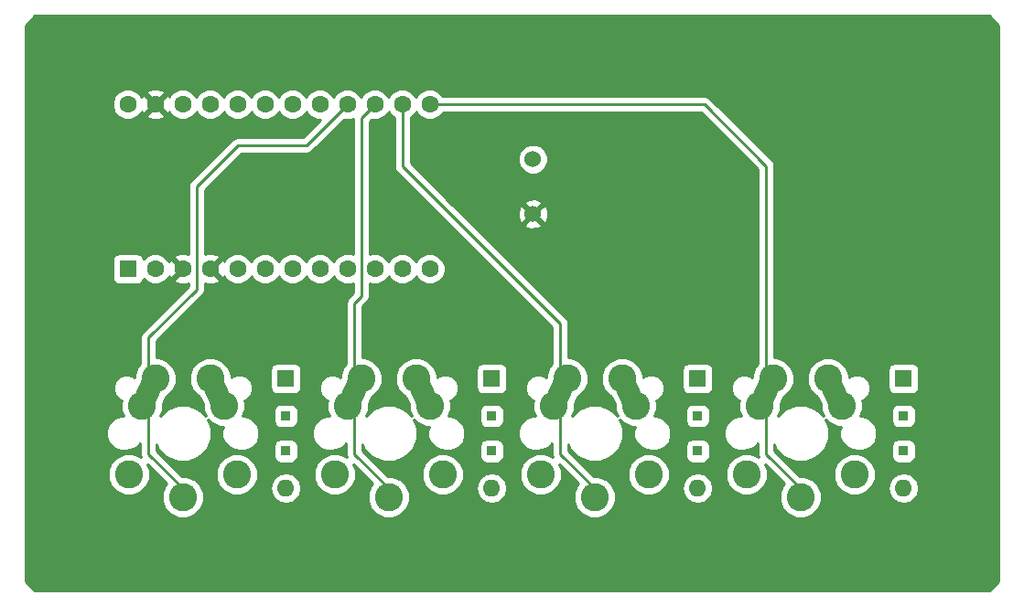
<source format=gbl>
G04 #@! TF.FileFunction,Copper,L2,Bot,Signal*
%FSLAX46Y46*%
G04 Gerber Fmt 4.6, Leading zero omitted, Abs format (unit mm)*
G04 Created by KiCad (PCBNEW 4.0.7-e2-6376~58~ubuntu16.04.1) date Fri Dec 22 02:34:49 2017*
%MOMM*%
%LPD*%
G01*
G04 APERTURE LIST*
%ADD10C,0.100000*%
%ADD11R,0.950000X0.950000*%
%ADD12R,1.600000X1.600000*%
%ADD13O,1.600000X1.600000*%
%ADD14C,2.600000*%
%ADD15C,2.000000*%
%ADD16C,1.524000*%
%ADD17C,1.600000*%
%ADD18C,0.254000*%
G04 APERTURE END LIST*
D10*
D11*
X98425000Y-128630000D03*
D12*
X98425000Y-121920000D03*
D13*
X98425000Y-132080000D03*
D11*
X98425000Y-125370000D03*
X117475000Y-128630000D03*
D12*
X117475000Y-121920000D03*
D13*
X117475000Y-132080000D03*
D11*
X117475000Y-125370000D03*
X136525000Y-128630000D03*
D12*
X136525000Y-121920000D03*
D13*
X136525000Y-132080000D03*
D11*
X136525000Y-125370000D03*
X155575000Y-128630000D03*
D12*
X155575000Y-121920000D03*
D13*
X155575000Y-132080000D03*
D11*
X155575000Y-125370000D03*
D14*
X93900000Y-130800000D03*
X83900000Y-130800000D03*
X88900000Y-132900000D03*
D15*
X86163371Y-122291206D02*
X85286629Y-124088794D01*
D14*
X92710000Y-124460000D03*
X91440000Y-121920000D03*
X86360000Y-121920000D03*
X85090000Y-124460000D03*
D15*
X91636629Y-122291206D02*
X92513371Y-124088794D01*
D14*
X112950000Y-130800000D03*
X102950000Y-130800000D03*
X107950000Y-132900000D03*
D15*
X105213371Y-122291206D02*
X104336629Y-124088794D01*
D14*
X111760000Y-124460000D03*
X110490000Y-121920000D03*
X105410000Y-121920000D03*
X104140000Y-124460000D03*
D15*
X110686629Y-122291206D02*
X111563371Y-124088794D01*
D14*
X132000000Y-130800000D03*
X122000000Y-130800000D03*
X127000000Y-132900000D03*
D15*
X124263371Y-122291206D02*
X123386629Y-124088794D01*
D14*
X130810000Y-124460000D03*
X129540000Y-121920000D03*
X124460000Y-121920000D03*
X123190000Y-124460000D03*
D15*
X129736629Y-122291206D02*
X130613371Y-124088794D01*
D14*
X151050000Y-130800000D03*
X141050000Y-130800000D03*
X146050000Y-132900000D03*
D15*
X143313371Y-122291206D02*
X142436629Y-124088794D01*
D14*
X149860000Y-124460000D03*
X148590000Y-121920000D03*
X143510000Y-121920000D03*
X142240000Y-124460000D03*
D15*
X148786629Y-122291206D02*
X149663371Y-124088794D01*
D16*
X121285000Y-101600000D03*
X121285000Y-106680000D03*
D12*
X83820000Y-111760000D03*
D17*
X86360000Y-111760000D03*
X88900000Y-111760000D03*
X91440000Y-111760000D03*
X93980000Y-111760000D03*
X96520000Y-111760000D03*
X99060000Y-111760000D03*
X101600000Y-111760000D03*
X104140000Y-111760000D03*
X106680000Y-111760000D03*
X109220000Y-111760000D03*
X111760000Y-111760000D03*
X111760000Y-96520000D03*
X109220000Y-96520000D03*
X106680000Y-96520000D03*
X104140000Y-96520000D03*
X101600000Y-96520000D03*
X99060000Y-96520000D03*
X96520000Y-96520000D03*
X93980000Y-96520000D03*
X91440000Y-96520000D03*
X88900000Y-96520000D03*
X86360000Y-96520000D03*
X83820000Y-96520000D03*
D18*
X100330000Y-100330000D02*
X104140000Y-96520000D01*
X93980000Y-100330000D02*
X100330000Y-100330000D01*
X90170000Y-104140000D02*
X93980000Y-100330000D01*
X90170000Y-113665000D02*
X90170000Y-104140000D01*
X85725000Y-118110000D02*
X90170000Y-113665000D01*
X85725000Y-123190000D02*
X85725000Y-118110000D01*
X88900000Y-132900000D02*
X88900000Y-132080000D01*
X88900000Y-132080000D02*
X85725000Y-128905000D01*
X85725000Y-128905000D02*
X85725000Y-123190000D01*
X104775000Y-123190000D02*
X104775000Y-114935000D01*
X105410000Y-97790000D02*
X106680000Y-96520000D01*
X105410000Y-114300000D02*
X105410000Y-97790000D01*
X104775000Y-114935000D02*
X105410000Y-114300000D01*
X107950000Y-132900000D02*
X107950000Y-132080000D01*
X107950000Y-132080000D02*
X104775000Y-128905000D01*
X104775000Y-128905000D02*
X104775000Y-123190000D01*
X123825000Y-123190000D02*
X123825000Y-116840000D01*
X109220000Y-102235000D02*
X109220000Y-96520000D01*
X123825000Y-116840000D02*
X109220000Y-102235000D01*
X127000000Y-132900000D02*
X127000000Y-132080000D01*
X127000000Y-132080000D02*
X123825000Y-128905000D01*
X123825000Y-128905000D02*
X123825000Y-123190000D01*
X142875000Y-123190000D02*
X142875000Y-102235000D01*
X137160000Y-96520000D02*
X111760000Y-96520000D01*
X142875000Y-102235000D02*
X137160000Y-96520000D01*
X146050000Y-132900000D02*
X146050000Y-132080000D01*
X146050000Y-132080000D02*
X142875000Y-128905000D01*
X142875000Y-128905000D02*
X142875000Y-123190000D01*
G36*
X164390000Y-89194092D02*
X164390000Y-140675908D01*
X163535908Y-141530000D01*
X75224092Y-141530000D01*
X74370000Y-140675908D01*
X74370000Y-127313893D01*
X81814725Y-127313893D01*
X82055519Y-127896657D01*
X82500997Y-128342914D01*
X83083341Y-128584724D01*
X83713893Y-128585275D01*
X83954112Y-128486018D01*
X84114267Y-128486158D01*
X84660595Y-128260420D01*
X84963000Y-127958543D01*
X84963000Y-128905000D01*
X85017889Y-129180947D01*
X84997521Y-129160543D01*
X84286584Y-128865337D01*
X83516793Y-128864665D01*
X82805342Y-129158630D01*
X82260543Y-129702479D01*
X81965337Y-130413416D01*
X81964665Y-131183207D01*
X82258630Y-131894658D01*
X82802479Y-132439457D01*
X83513416Y-132734663D01*
X84283207Y-132735335D01*
X84994658Y-132441370D01*
X85539457Y-131897521D01*
X85834663Y-131186584D01*
X85835335Y-130416793D01*
X85607318Y-129864948D01*
X87402820Y-131660450D01*
X87260543Y-131802479D01*
X86965337Y-132513416D01*
X86964665Y-133283207D01*
X87258630Y-133994658D01*
X87802479Y-134539457D01*
X88513416Y-134834663D01*
X89283207Y-134835335D01*
X89994658Y-134541370D01*
X90539457Y-133997521D01*
X90834663Y-133286584D01*
X90835335Y-132516793D01*
X90541370Y-131805342D01*
X89997521Y-131260543D01*
X89811275Y-131183207D01*
X91964665Y-131183207D01*
X92258630Y-131894658D01*
X92802479Y-132439457D01*
X93513416Y-132734663D01*
X94283207Y-132735335D01*
X94994658Y-132441370D01*
X95384821Y-132051887D01*
X96990000Y-132051887D01*
X96990000Y-132108113D01*
X97099233Y-132657264D01*
X97410302Y-133122811D01*
X97875849Y-133433880D01*
X98425000Y-133543113D01*
X98974151Y-133433880D01*
X99439698Y-133122811D01*
X99750767Y-132657264D01*
X99860000Y-132108113D01*
X99860000Y-132051887D01*
X99750767Y-131502736D01*
X99439698Y-131037189D01*
X98974151Y-130726120D01*
X98425000Y-130616887D01*
X97875849Y-130726120D01*
X97410302Y-131037189D01*
X97099233Y-131502736D01*
X96990000Y-132051887D01*
X95384821Y-132051887D01*
X95539457Y-131897521D01*
X95834663Y-131186584D01*
X95835335Y-130416793D01*
X95541370Y-129705342D01*
X94997521Y-129160543D01*
X94286584Y-128865337D01*
X93516793Y-128864665D01*
X92805342Y-129158630D01*
X92260543Y-129702479D01*
X91965337Y-130413416D01*
X91964665Y-131183207D01*
X89811275Y-131183207D01*
X89286584Y-130965337D01*
X88862597Y-130964967D01*
X86487000Y-128589370D01*
X86487000Y-128044245D01*
X86670028Y-128487207D01*
X87408904Y-129227373D01*
X88374785Y-129628442D01*
X89420626Y-129629355D01*
X90387207Y-129229972D01*
X91127373Y-128491096D01*
X91528442Y-127525215D01*
X91529355Y-126479374D01*
X91202809Y-125689071D01*
X91612479Y-126099457D01*
X92323416Y-126394663D01*
X92622340Y-126394924D01*
X92494358Y-126703139D01*
X92493842Y-127294267D01*
X92719580Y-127840595D01*
X93137206Y-128258951D01*
X93683139Y-128485642D01*
X93845065Y-128485783D01*
X94083341Y-128584724D01*
X94713893Y-128585275D01*
X95296657Y-128344481D01*
X95486469Y-128155000D01*
X97302560Y-128155000D01*
X97302560Y-129105000D01*
X97346838Y-129340317D01*
X97485910Y-129556441D01*
X97698110Y-129701431D01*
X97950000Y-129752440D01*
X98900000Y-129752440D01*
X99135317Y-129708162D01*
X99351441Y-129569090D01*
X99496431Y-129356890D01*
X99547440Y-129105000D01*
X99547440Y-128155000D01*
X99503162Y-127919683D01*
X99364090Y-127703559D01*
X99151890Y-127558569D01*
X98900000Y-127507560D01*
X97950000Y-127507560D01*
X97714683Y-127551838D01*
X97498559Y-127690910D01*
X97353569Y-127903110D01*
X97302560Y-128155000D01*
X95486469Y-128155000D01*
X95742914Y-127899003D01*
X95984724Y-127316659D01*
X95985275Y-126686107D01*
X95744481Y-126103343D01*
X95299003Y-125657086D01*
X94716659Y-125415276D01*
X94408634Y-125415007D01*
X94624558Y-124895000D01*
X97302560Y-124895000D01*
X97302560Y-125845000D01*
X97346838Y-126080317D01*
X97485910Y-126296441D01*
X97698110Y-126441431D01*
X97950000Y-126492440D01*
X98900000Y-126492440D01*
X99135317Y-126448162D01*
X99351441Y-126309090D01*
X99496431Y-126096890D01*
X99547440Y-125845000D01*
X99547440Y-124895000D01*
X99503162Y-124659683D01*
X99364090Y-124443559D01*
X99151890Y-124298569D01*
X98900000Y-124247560D01*
X97950000Y-124247560D01*
X97714683Y-124291838D01*
X97498559Y-124430910D01*
X97353569Y-124643110D01*
X97302560Y-124895000D01*
X94624558Y-124895000D01*
X94644663Y-124846584D01*
X94645335Y-124076793D01*
X94589718Y-123942188D01*
X94818657Y-123847592D01*
X95166371Y-123500485D01*
X95354785Y-123046734D01*
X95355214Y-122555421D01*
X95167592Y-122101343D01*
X94820485Y-121753629D01*
X94366734Y-121565215D01*
X93875421Y-121564786D01*
X93421343Y-121752408D01*
X93375106Y-121798564D01*
X93375335Y-121536793D01*
X93203120Y-121120000D01*
X96977560Y-121120000D01*
X96977560Y-122720000D01*
X97021838Y-122955317D01*
X97160910Y-123171441D01*
X97373110Y-123316431D01*
X97625000Y-123367440D01*
X99225000Y-123367440D01*
X99460317Y-123323162D01*
X99676441Y-123184090D01*
X99821431Y-122971890D01*
X99872440Y-122720000D01*
X99872440Y-121120000D01*
X99828162Y-120884683D01*
X99689090Y-120668559D01*
X99476890Y-120523569D01*
X99225000Y-120472560D01*
X97625000Y-120472560D01*
X97389683Y-120516838D01*
X97173559Y-120655910D01*
X97028569Y-120868110D01*
X96977560Y-121120000D01*
X93203120Y-121120000D01*
X93081370Y-120825342D01*
X92537521Y-120280543D01*
X91826584Y-119985337D01*
X91056793Y-119984665D01*
X90345342Y-120278630D01*
X89800543Y-120822479D01*
X89505337Y-121533416D01*
X89504665Y-122303207D01*
X89798630Y-123014658D01*
X90342479Y-123559457D01*
X90459866Y-123608200D01*
X90775179Y-124254687D01*
X90774665Y-124843207D01*
X90995794Y-125378380D01*
X90391096Y-124772627D01*
X89425215Y-124371558D01*
X88379374Y-124370645D01*
X87412793Y-124770028D01*
X86804171Y-125377589D01*
X87024663Y-124846584D01*
X87025180Y-124253951D01*
X87339835Y-123608814D01*
X87454658Y-123561370D01*
X87999457Y-123017521D01*
X88294663Y-122306584D01*
X88295335Y-121536793D01*
X88001370Y-120825342D01*
X87457521Y-120280543D01*
X86746584Y-119985337D01*
X86487000Y-119985110D01*
X86487000Y-118425630D01*
X90708815Y-114203816D01*
X90873996Y-113956605D01*
X90932000Y-113665000D01*
X90932000Y-113102288D01*
X91223223Y-113206965D01*
X91793454Y-113179778D01*
X92194005Y-113013864D01*
X92268139Y-112767745D01*
X91440000Y-111939605D01*
X91425858Y-111953748D01*
X91246253Y-111774143D01*
X91260395Y-111760000D01*
X91246253Y-111745858D01*
X91425858Y-111566252D01*
X91440000Y-111580395D01*
X92268139Y-110752255D01*
X92194005Y-110506136D01*
X91656777Y-110313035D01*
X91086546Y-110340222D01*
X90932000Y-110404237D01*
X90932000Y-104455630D01*
X94295631Y-101092000D01*
X100330000Y-101092000D01*
X100621605Y-101033996D01*
X100868815Y-100868815D01*
X103803545Y-97934086D01*
X103853309Y-97954750D01*
X104424187Y-97955248D01*
X104648000Y-97862770D01*
X104648000Y-110417146D01*
X104426691Y-110325250D01*
X103855813Y-110324752D01*
X103328200Y-110542757D01*
X102924176Y-110946077D01*
X102870138Y-111076215D01*
X102817243Y-110948200D01*
X102413923Y-110544176D01*
X101886691Y-110325250D01*
X101315813Y-110324752D01*
X100788200Y-110542757D01*
X100384176Y-110946077D01*
X100330138Y-111076215D01*
X100277243Y-110948200D01*
X99873923Y-110544176D01*
X99346691Y-110325250D01*
X98775813Y-110324752D01*
X98248200Y-110542757D01*
X97844176Y-110946077D01*
X97790138Y-111076215D01*
X97737243Y-110948200D01*
X97333923Y-110544176D01*
X96806691Y-110325250D01*
X96235813Y-110324752D01*
X95708200Y-110542757D01*
X95304176Y-110946077D01*
X95250138Y-111076215D01*
X95197243Y-110948200D01*
X94793923Y-110544176D01*
X94266691Y-110325250D01*
X93695813Y-110324752D01*
X93168200Y-110542757D01*
X92764176Y-110946077D01*
X92716552Y-111060768D01*
X92693864Y-111005995D01*
X92447745Y-110931861D01*
X91619605Y-111760000D01*
X92447745Y-112588139D01*
X92693864Y-112514005D01*
X92714805Y-112455746D01*
X92762757Y-112571800D01*
X93166077Y-112975824D01*
X93693309Y-113194750D01*
X94264187Y-113195248D01*
X94791800Y-112977243D01*
X95195824Y-112573923D01*
X95249862Y-112443785D01*
X95302757Y-112571800D01*
X95706077Y-112975824D01*
X96233309Y-113194750D01*
X96804187Y-113195248D01*
X97331800Y-112977243D01*
X97735824Y-112573923D01*
X97789862Y-112443785D01*
X97842757Y-112571800D01*
X98246077Y-112975824D01*
X98773309Y-113194750D01*
X99344187Y-113195248D01*
X99871800Y-112977243D01*
X100275824Y-112573923D01*
X100329862Y-112443785D01*
X100382757Y-112571800D01*
X100786077Y-112975824D01*
X101313309Y-113194750D01*
X101884187Y-113195248D01*
X102411800Y-112977243D01*
X102815824Y-112573923D01*
X102869862Y-112443785D01*
X102922757Y-112571800D01*
X103326077Y-112975824D01*
X103853309Y-113194750D01*
X104424187Y-113195248D01*
X104648000Y-113102770D01*
X104648000Y-113984369D01*
X104236185Y-114396185D01*
X104071004Y-114643395D01*
X104013000Y-114935000D01*
X104013000Y-120580445D01*
X103770543Y-120822479D01*
X103475337Y-121533416D01*
X103475106Y-121798328D01*
X103430485Y-121753629D01*
X102976734Y-121565215D01*
X102485421Y-121564786D01*
X102031343Y-121752408D01*
X101683629Y-122099515D01*
X101495215Y-122553266D01*
X101494786Y-123044579D01*
X101682408Y-123498657D01*
X102029515Y-123846371D01*
X102259892Y-123942032D01*
X102205337Y-124073416D01*
X102204665Y-124843207D01*
X102440921Y-125414991D01*
X102136107Y-125414725D01*
X101553343Y-125655519D01*
X101107086Y-126100997D01*
X100865276Y-126683341D01*
X100864725Y-127313893D01*
X101105519Y-127896657D01*
X101550997Y-128342914D01*
X102133341Y-128584724D01*
X102763893Y-128585275D01*
X103004112Y-128486018D01*
X103164267Y-128486158D01*
X103710595Y-128260420D01*
X104013000Y-127958543D01*
X104013000Y-128905000D01*
X104067889Y-129180947D01*
X104047521Y-129160543D01*
X103336584Y-128865337D01*
X102566793Y-128864665D01*
X101855342Y-129158630D01*
X101310543Y-129702479D01*
X101015337Y-130413416D01*
X101014665Y-131183207D01*
X101308630Y-131894658D01*
X101852479Y-132439457D01*
X102563416Y-132734663D01*
X103333207Y-132735335D01*
X104044658Y-132441370D01*
X104589457Y-131897521D01*
X104884663Y-131186584D01*
X104885335Y-130416793D01*
X104657318Y-129864948D01*
X106452820Y-131660450D01*
X106310543Y-131802479D01*
X106015337Y-132513416D01*
X106014665Y-133283207D01*
X106308630Y-133994658D01*
X106852479Y-134539457D01*
X107563416Y-134834663D01*
X108333207Y-134835335D01*
X109044658Y-134541370D01*
X109589457Y-133997521D01*
X109884663Y-133286584D01*
X109885335Y-132516793D01*
X109591370Y-131805342D01*
X109047521Y-131260543D01*
X108861275Y-131183207D01*
X111014665Y-131183207D01*
X111308630Y-131894658D01*
X111852479Y-132439457D01*
X112563416Y-132734663D01*
X113333207Y-132735335D01*
X114044658Y-132441370D01*
X114434821Y-132051887D01*
X116040000Y-132051887D01*
X116040000Y-132108113D01*
X116149233Y-132657264D01*
X116460302Y-133122811D01*
X116925849Y-133433880D01*
X117475000Y-133543113D01*
X118024151Y-133433880D01*
X118489698Y-133122811D01*
X118800767Y-132657264D01*
X118910000Y-132108113D01*
X118910000Y-132051887D01*
X118800767Y-131502736D01*
X118489698Y-131037189D01*
X118024151Y-130726120D01*
X117475000Y-130616887D01*
X116925849Y-130726120D01*
X116460302Y-131037189D01*
X116149233Y-131502736D01*
X116040000Y-132051887D01*
X114434821Y-132051887D01*
X114589457Y-131897521D01*
X114884663Y-131186584D01*
X114885335Y-130416793D01*
X114591370Y-129705342D01*
X114047521Y-129160543D01*
X113336584Y-128865337D01*
X112566793Y-128864665D01*
X111855342Y-129158630D01*
X111310543Y-129702479D01*
X111015337Y-130413416D01*
X111014665Y-131183207D01*
X108861275Y-131183207D01*
X108336584Y-130965337D01*
X107912597Y-130964967D01*
X105537000Y-128589370D01*
X105537000Y-128044245D01*
X105720028Y-128487207D01*
X106458904Y-129227373D01*
X107424785Y-129628442D01*
X108470626Y-129629355D01*
X109437207Y-129229972D01*
X110177373Y-128491096D01*
X110578442Y-127525215D01*
X110579355Y-126479374D01*
X110252809Y-125689071D01*
X110662479Y-126099457D01*
X111373416Y-126394663D01*
X111672340Y-126394924D01*
X111544358Y-126703139D01*
X111543842Y-127294267D01*
X111769580Y-127840595D01*
X112187206Y-128258951D01*
X112733139Y-128485642D01*
X112895065Y-128485783D01*
X113133341Y-128584724D01*
X113763893Y-128585275D01*
X114346657Y-128344481D01*
X114536469Y-128155000D01*
X116352560Y-128155000D01*
X116352560Y-129105000D01*
X116396838Y-129340317D01*
X116535910Y-129556441D01*
X116748110Y-129701431D01*
X117000000Y-129752440D01*
X117950000Y-129752440D01*
X118185317Y-129708162D01*
X118401441Y-129569090D01*
X118546431Y-129356890D01*
X118597440Y-129105000D01*
X118597440Y-128155000D01*
X118553162Y-127919683D01*
X118414090Y-127703559D01*
X118201890Y-127558569D01*
X117950000Y-127507560D01*
X117000000Y-127507560D01*
X116764683Y-127551838D01*
X116548559Y-127690910D01*
X116403569Y-127903110D01*
X116352560Y-128155000D01*
X114536469Y-128155000D01*
X114792914Y-127899003D01*
X115034724Y-127316659D01*
X115035275Y-126686107D01*
X114794481Y-126103343D01*
X114349003Y-125657086D01*
X113766659Y-125415276D01*
X113458634Y-125415007D01*
X113674558Y-124895000D01*
X116352560Y-124895000D01*
X116352560Y-125845000D01*
X116396838Y-126080317D01*
X116535910Y-126296441D01*
X116748110Y-126441431D01*
X117000000Y-126492440D01*
X117950000Y-126492440D01*
X118185317Y-126448162D01*
X118401441Y-126309090D01*
X118546431Y-126096890D01*
X118597440Y-125845000D01*
X118597440Y-124895000D01*
X118553162Y-124659683D01*
X118414090Y-124443559D01*
X118201890Y-124298569D01*
X117950000Y-124247560D01*
X117000000Y-124247560D01*
X116764683Y-124291838D01*
X116548559Y-124430910D01*
X116403569Y-124643110D01*
X116352560Y-124895000D01*
X113674558Y-124895000D01*
X113694663Y-124846584D01*
X113695335Y-124076793D01*
X113639718Y-123942188D01*
X113868657Y-123847592D01*
X114216371Y-123500485D01*
X114404785Y-123046734D01*
X114405214Y-122555421D01*
X114217592Y-122101343D01*
X113870485Y-121753629D01*
X113416734Y-121565215D01*
X112925421Y-121564786D01*
X112471343Y-121752408D01*
X112425106Y-121798564D01*
X112425335Y-121536793D01*
X112253120Y-121120000D01*
X116027560Y-121120000D01*
X116027560Y-122720000D01*
X116071838Y-122955317D01*
X116210910Y-123171441D01*
X116423110Y-123316431D01*
X116675000Y-123367440D01*
X118275000Y-123367440D01*
X118510317Y-123323162D01*
X118726441Y-123184090D01*
X118871431Y-122971890D01*
X118922440Y-122720000D01*
X118922440Y-121120000D01*
X118878162Y-120884683D01*
X118739090Y-120668559D01*
X118526890Y-120523569D01*
X118275000Y-120472560D01*
X116675000Y-120472560D01*
X116439683Y-120516838D01*
X116223559Y-120655910D01*
X116078569Y-120868110D01*
X116027560Y-121120000D01*
X112253120Y-121120000D01*
X112131370Y-120825342D01*
X111587521Y-120280543D01*
X110876584Y-119985337D01*
X110106793Y-119984665D01*
X109395342Y-120278630D01*
X108850543Y-120822479D01*
X108555337Y-121533416D01*
X108554665Y-122303207D01*
X108848630Y-123014658D01*
X109392479Y-123559457D01*
X109509866Y-123608200D01*
X109825179Y-124254687D01*
X109824665Y-124843207D01*
X110045794Y-125378380D01*
X109441096Y-124772627D01*
X108475215Y-124371558D01*
X107429374Y-124370645D01*
X106462793Y-124770028D01*
X105854171Y-125377589D01*
X106074663Y-124846584D01*
X106075180Y-124253951D01*
X106389835Y-123608814D01*
X106504658Y-123561370D01*
X107049457Y-123017521D01*
X107344663Y-122306584D01*
X107345335Y-121536793D01*
X107051370Y-120825342D01*
X106507521Y-120280543D01*
X105796584Y-119985337D01*
X105537000Y-119985110D01*
X105537000Y-115250630D01*
X105948816Y-114838815D01*
X106079391Y-114643395D01*
X106113996Y-114591605D01*
X106172000Y-114300000D01*
X106172000Y-113102854D01*
X106393309Y-113194750D01*
X106964187Y-113195248D01*
X107491800Y-112977243D01*
X107895824Y-112573923D01*
X107949862Y-112443785D01*
X108002757Y-112571800D01*
X108406077Y-112975824D01*
X108933309Y-113194750D01*
X109504187Y-113195248D01*
X110031800Y-112977243D01*
X110435824Y-112573923D01*
X110489862Y-112443785D01*
X110542757Y-112571800D01*
X110946077Y-112975824D01*
X111473309Y-113194750D01*
X112044187Y-113195248D01*
X112571800Y-112977243D01*
X112975824Y-112573923D01*
X113194750Y-112046691D01*
X113195248Y-111475813D01*
X112977243Y-110948200D01*
X112573923Y-110544176D01*
X112046691Y-110325250D01*
X111475813Y-110324752D01*
X110948200Y-110542757D01*
X110544176Y-110946077D01*
X110490138Y-111076215D01*
X110437243Y-110948200D01*
X110033923Y-110544176D01*
X109506691Y-110325250D01*
X108935813Y-110324752D01*
X108408200Y-110542757D01*
X108004176Y-110946077D01*
X107950138Y-111076215D01*
X107897243Y-110948200D01*
X107493923Y-110544176D01*
X106966691Y-110325250D01*
X106395813Y-110324752D01*
X106172000Y-110417230D01*
X106172000Y-98105630D01*
X106343544Y-97934086D01*
X106393309Y-97954750D01*
X106964187Y-97955248D01*
X107491800Y-97737243D01*
X107895824Y-97333923D01*
X107949862Y-97203785D01*
X108002757Y-97331800D01*
X108406077Y-97735824D01*
X108458000Y-97757384D01*
X108458000Y-102235000D01*
X108516004Y-102526605D01*
X108681185Y-102773815D01*
X123063000Y-117155630D01*
X123063000Y-120580445D01*
X122820543Y-120822479D01*
X122525337Y-121533416D01*
X122525106Y-121798328D01*
X122480485Y-121753629D01*
X122026734Y-121565215D01*
X121535421Y-121564786D01*
X121081343Y-121752408D01*
X120733629Y-122099515D01*
X120545215Y-122553266D01*
X120544786Y-123044579D01*
X120732408Y-123498657D01*
X121079515Y-123846371D01*
X121309892Y-123942032D01*
X121255337Y-124073416D01*
X121254665Y-124843207D01*
X121490921Y-125414991D01*
X121186107Y-125414725D01*
X120603343Y-125655519D01*
X120157086Y-126100997D01*
X119915276Y-126683341D01*
X119914725Y-127313893D01*
X120155519Y-127896657D01*
X120600997Y-128342914D01*
X121183341Y-128584724D01*
X121813893Y-128585275D01*
X122054112Y-128486018D01*
X122214267Y-128486158D01*
X122760595Y-128260420D01*
X123063000Y-127958543D01*
X123063000Y-128905000D01*
X123117889Y-129180947D01*
X123097521Y-129160543D01*
X122386584Y-128865337D01*
X121616793Y-128864665D01*
X120905342Y-129158630D01*
X120360543Y-129702479D01*
X120065337Y-130413416D01*
X120064665Y-131183207D01*
X120358630Y-131894658D01*
X120902479Y-132439457D01*
X121613416Y-132734663D01*
X122383207Y-132735335D01*
X123094658Y-132441370D01*
X123639457Y-131897521D01*
X123934663Y-131186584D01*
X123935335Y-130416793D01*
X123707318Y-129864948D01*
X125502820Y-131660450D01*
X125360543Y-131802479D01*
X125065337Y-132513416D01*
X125064665Y-133283207D01*
X125358630Y-133994658D01*
X125902479Y-134539457D01*
X126613416Y-134834663D01*
X127383207Y-134835335D01*
X128094658Y-134541370D01*
X128639457Y-133997521D01*
X128934663Y-133286584D01*
X128935335Y-132516793D01*
X128641370Y-131805342D01*
X128097521Y-131260543D01*
X127911275Y-131183207D01*
X130064665Y-131183207D01*
X130358630Y-131894658D01*
X130902479Y-132439457D01*
X131613416Y-132734663D01*
X132383207Y-132735335D01*
X133094658Y-132441370D01*
X133484821Y-132051887D01*
X135090000Y-132051887D01*
X135090000Y-132108113D01*
X135199233Y-132657264D01*
X135510302Y-133122811D01*
X135975849Y-133433880D01*
X136525000Y-133543113D01*
X137074151Y-133433880D01*
X137539698Y-133122811D01*
X137850767Y-132657264D01*
X137960000Y-132108113D01*
X137960000Y-132051887D01*
X137850767Y-131502736D01*
X137539698Y-131037189D01*
X137074151Y-130726120D01*
X136525000Y-130616887D01*
X135975849Y-130726120D01*
X135510302Y-131037189D01*
X135199233Y-131502736D01*
X135090000Y-132051887D01*
X133484821Y-132051887D01*
X133639457Y-131897521D01*
X133934663Y-131186584D01*
X133935335Y-130416793D01*
X133641370Y-129705342D01*
X133097521Y-129160543D01*
X132386584Y-128865337D01*
X131616793Y-128864665D01*
X130905342Y-129158630D01*
X130360543Y-129702479D01*
X130065337Y-130413416D01*
X130064665Y-131183207D01*
X127911275Y-131183207D01*
X127386584Y-130965337D01*
X126962597Y-130964967D01*
X124587000Y-128589370D01*
X124587000Y-128044245D01*
X124770028Y-128487207D01*
X125508904Y-129227373D01*
X126474785Y-129628442D01*
X127520626Y-129629355D01*
X128487207Y-129229972D01*
X129227373Y-128491096D01*
X129628442Y-127525215D01*
X129629355Y-126479374D01*
X129302809Y-125689071D01*
X129712479Y-126099457D01*
X130423416Y-126394663D01*
X130722340Y-126394924D01*
X130594358Y-126703139D01*
X130593842Y-127294267D01*
X130819580Y-127840595D01*
X131237206Y-128258951D01*
X131783139Y-128485642D01*
X131945065Y-128485783D01*
X132183341Y-128584724D01*
X132813893Y-128585275D01*
X133396657Y-128344481D01*
X133586469Y-128155000D01*
X135402560Y-128155000D01*
X135402560Y-129105000D01*
X135446838Y-129340317D01*
X135585910Y-129556441D01*
X135798110Y-129701431D01*
X136050000Y-129752440D01*
X137000000Y-129752440D01*
X137235317Y-129708162D01*
X137451441Y-129569090D01*
X137596431Y-129356890D01*
X137647440Y-129105000D01*
X137647440Y-128155000D01*
X137603162Y-127919683D01*
X137464090Y-127703559D01*
X137251890Y-127558569D01*
X137000000Y-127507560D01*
X136050000Y-127507560D01*
X135814683Y-127551838D01*
X135598559Y-127690910D01*
X135453569Y-127903110D01*
X135402560Y-128155000D01*
X133586469Y-128155000D01*
X133842914Y-127899003D01*
X134084724Y-127316659D01*
X134085275Y-126686107D01*
X133844481Y-126103343D01*
X133399003Y-125657086D01*
X132816659Y-125415276D01*
X132508634Y-125415007D01*
X132724558Y-124895000D01*
X135402560Y-124895000D01*
X135402560Y-125845000D01*
X135446838Y-126080317D01*
X135585910Y-126296441D01*
X135798110Y-126441431D01*
X136050000Y-126492440D01*
X137000000Y-126492440D01*
X137235317Y-126448162D01*
X137451441Y-126309090D01*
X137596431Y-126096890D01*
X137647440Y-125845000D01*
X137647440Y-124895000D01*
X137603162Y-124659683D01*
X137464090Y-124443559D01*
X137251890Y-124298569D01*
X137000000Y-124247560D01*
X136050000Y-124247560D01*
X135814683Y-124291838D01*
X135598559Y-124430910D01*
X135453569Y-124643110D01*
X135402560Y-124895000D01*
X132724558Y-124895000D01*
X132744663Y-124846584D01*
X132745335Y-124076793D01*
X132689718Y-123942188D01*
X132918657Y-123847592D01*
X133266371Y-123500485D01*
X133454785Y-123046734D01*
X133455214Y-122555421D01*
X133267592Y-122101343D01*
X132920485Y-121753629D01*
X132466734Y-121565215D01*
X131975421Y-121564786D01*
X131521343Y-121752408D01*
X131475106Y-121798564D01*
X131475335Y-121536793D01*
X131303120Y-121120000D01*
X135077560Y-121120000D01*
X135077560Y-122720000D01*
X135121838Y-122955317D01*
X135260910Y-123171441D01*
X135473110Y-123316431D01*
X135725000Y-123367440D01*
X137325000Y-123367440D01*
X137560317Y-123323162D01*
X137776441Y-123184090D01*
X137921431Y-122971890D01*
X137972440Y-122720000D01*
X137972440Y-121120000D01*
X137928162Y-120884683D01*
X137789090Y-120668559D01*
X137576890Y-120523569D01*
X137325000Y-120472560D01*
X135725000Y-120472560D01*
X135489683Y-120516838D01*
X135273559Y-120655910D01*
X135128569Y-120868110D01*
X135077560Y-121120000D01*
X131303120Y-121120000D01*
X131181370Y-120825342D01*
X130637521Y-120280543D01*
X129926584Y-119985337D01*
X129156793Y-119984665D01*
X128445342Y-120278630D01*
X127900543Y-120822479D01*
X127605337Y-121533416D01*
X127604665Y-122303207D01*
X127898630Y-123014658D01*
X128442479Y-123559457D01*
X128559866Y-123608200D01*
X128875179Y-124254687D01*
X128874665Y-124843207D01*
X129095794Y-125378380D01*
X128491096Y-124772627D01*
X127525215Y-124371558D01*
X126479374Y-124370645D01*
X125512793Y-124770028D01*
X124904171Y-125377589D01*
X125124663Y-124846584D01*
X125125180Y-124253951D01*
X125439835Y-123608814D01*
X125554658Y-123561370D01*
X126099457Y-123017521D01*
X126394663Y-122306584D01*
X126395335Y-121536793D01*
X126101370Y-120825342D01*
X125557521Y-120280543D01*
X124846584Y-119985337D01*
X124587000Y-119985110D01*
X124587000Y-116840000D01*
X124528996Y-116548395D01*
X124363815Y-116301185D01*
X115722843Y-107660213D01*
X120484392Y-107660213D01*
X120553857Y-107902397D01*
X121077302Y-108089144D01*
X121632368Y-108061362D01*
X122016143Y-107902397D01*
X122085608Y-107660213D01*
X121285000Y-106859605D01*
X120484392Y-107660213D01*
X115722843Y-107660213D01*
X114534932Y-106472302D01*
X119875856Y-106472302D01*
X119903638Y-107027368D01*
X120062603Y-107411143D01*
X120304787Y-107480608D01*
X121105395Y-106680000D01*
X121464605Y-106680000D01*
X122265213Y-107480608D01*
X122507397Y-107411143D01*
X122694144Y-106887698D01*
X122666362Y-106332632D01*
X122507397Y-105948857D01*
X122265213Y-105879392D01*
X121464605Y-106680000D01*
X121105395Y-106680000D01*
X120304787Y-105879392D01*
X120062603Y-105948857D01*
X119875856Y-106472302D01*
X114534932Y-106472302D01*
X113762417Y-105699787D01*
X120484392Y-105699787D01*
X121285000Y-106500395D01*
X122085608Y-105699787D01*
X122016143Y-105457603D01*
X121492698Y-105270856D01*
X120937632Y-105298638D01*
X120553857Y-105457603D01*
X120484392Y-105699787D01*
X113762417Y-105699787D01*
X109982000Y-101919370D01*
X109982000Y-101876661D01*
X119887758Y-101876661D01*
X120099990Y-102390303D01*
X120492630Y-102783629D01*
X121005900Y-102996757D01*
X121561661Y-102997242D01*
X122075303Y-102785010D01*
X122468629Y-102392370D01*
X122681757Y-101879100D01*
X122682242Y-101323339D01*
X122470010Y-100809697D01*
X122077370Y-100416371D01*
X121564100Y-100203243D01*
X121008339Y-100202758D01*
X120494697Y-100414990D01*
X120101371Y-100807630D01*
X119888243Y-101320900D01*
X119887758Y-101876661D01*
X109982000Y-101876661D01*
X109982000Y-97757820D01*
X110031800Y-97737243D01*
X110435824Y-97333923D01*
X110489862Y-97203785D01*
X110542757Y-97331800D01*
X110946077Y-97735824D01*
X111473309Y-97954750D01*
X112044187Y-97955248D01*
X112571800Y-97737243D01*
X112975824Y-97333923D01*
X112997384Y-97282000D01*
X136844370Y-97282000D01*
X142113000Y-102550631D01*
X142113000Y-120580445D01*
X141870543Y-120822479D01*
X141575337Y-121533416D01*
X141575106Y-121798328D01*
X141530485Y-121753629D01*
X141076734Y-121565215D01*
X140585421Y-121564786D01*
X140131343Y-121752408D01*
X139783629Y-122099515D01*
X139595215Y-122553266D01*
X139594786Y-123044579D01*
X139782408Y-123498657D01*
X140129515Y-123846371D01*
X140359892Y-123942032D01*
X140305337Y-124073416D01*
X140304665Y-124843207D01*
X140540921Y-125414991D01*
X140236107Y-125414725D01*
X139653343Y-125655519D01*
X139207086Y-126100997D01*
X138965276Y-126683341D01*
X138964725Y-127313893D01*
X139205519Y-127896657D01*
X139650997Y-128342914D01*
X140233341Y-128584724D01*
X140863893Y-128585275D01*
X141104112Y-128486018D01*
X141264267Y-128486158D01*
X141810595Y-128260420D01*
X142113000Y-127958543D01*
X142113000Y-128905000D01*
X142167889Y-129180947D01*
X142147521Y-129160543D01*
X141436584Y-128865337D01*
X140666793Y-128864665D01*
X139955342Y-129158630D01*
X139410543Y-129702479D01*
X139115337Y-130413416D01*
X139114665Y-131183207D01*
X139408630Y-131894658D01*
X139952479Y-132439457D01*
X140663416Y-132734663D01*
X141433207Y-132735335D01*
X142144658Y-132441370D01*
X142689457Y-131897521D01*
X142984663Y-131186584D01*
X142985335Y-130416793D01*
X142757318Y-129864948D01*
X144552820Y-131660450D01*
X144410543Y-131802479D01*
X144115337Y-132513416D01*
X144114665Y-133283207D01*
X144408630Y-133994658D01*
X144952479Y-134539457D01*
X145663416Y-134834663D01*
X146433207Y-134835335D01*
X147144658Y-134541370D01*
X147689457Y-133997521D01*
X147984663Y-133286584D01*
X147985335Y-132516793D01*
X147691370Y-131805342D01*
X147147521Y-131260543D01*
X146961275Y-131183207D01*
X149114665Y-131183207D01*
X149408630Y-131894658D01*
X149952479Y-132439457D01*
X150663416Y-132734663D01*
X151433207Y-132735335D01*
X152144658Y-132441370D01*
X152534821Y-132051887D01*
X154140000Y-132051887D01*
X154140000Y-132108113D01*
X154249233Y-132657264D01*
X154560302Y-133122811D01*
X155025849Y-133433880D01*
X155575000Y-133543113D01*
X156124151Y-133433880D01*
X156589698Y-133122811D01*
X156900767Y-132657264D01*
X157010000Y-132108113D01*
X157010000Y-132051887D01*
X156900767Y-131502736D01*
X156589698Y-131037189D01*
X156124151Y-130726120D01*
X155575000Y-130616887D01*
X155025849Y-130726120D01*
X154560302Y-131037189D01*
X154249233Y-131502736D01*
X154140000Y-132051887D01*
X152534821Y-132051887D01*
X152689457Y-131897521D01*
X152984663Y-131186584D01*
X152985335Y-130416793D01*
X152691370Y-129705342D01*
X152147521Y-129160543D01*
X151436584Y-128865337D01*
X150666793Y-128864665D01*
X149955342Y-129158630D01*
X149410543Y-129702479D01*
X149115337Y-130413416D01*
X149114665Y-131183207D01*
X146961275Y-131183207D01*
X146436584Y-130965337D01*
X146012597Y-130964967D01*
X143637000Y-128589370D01*
X143637000Y-128044245D01*
X143820028Y-128487207D01*
X144558904Y-129227373D01*
X145524785Y-129628442D01*
X146570626Y-129629355D01*
X147537207Y-129229972D01*
X148277373Y-128491096D01*
X148678442Y-127525215D01*
X148679355Y-126479374D01*
X148352809Y-125689071D01*
X148762479Y-126099457D01*
X149473416Y-126394663D01*
X149772340Y-126394924D01*
X149644358Y-126703139D01*
X149643842Y-127294267D01*
X149869580Y-127840595D01*
X150287206Y-128258951D01*
X150833139Y-128485642D01*
X150995065Y-128485783D01*
X151233341Y-128584724D01*
X151863893Y-128585275D01*
X152446657Y-128344481D01*
X152636469Y-128155000D01*
X154452560Y-128155000D01*
X154452560Y-129105000D01*
X154496838Y-129340317D01*
X154635910Y-129556441D01*
X154848110Y-129701431D01*
X155100000Y-129752440D01*
X156050000Y-129752440D01*
X156285317Y-129708162D01*
X156501441Y-129569090D01*
X156646431Y-129356890D01*
X156697440Y-129105000D01*
X156697440Y-128155000D01*
X156653162Y-127919683D01*
X156514090Y-127703559D01*
X156301890Y-127558569D01*
X156050000Y-127507560D01*
X155100000Y-127507560D01*
X154864683Y-127551838D01*
X154648559Y-127690910D01*
X154503569Y-127903110D01*
X154452560Y-128155000D01*
X152636469Y-128155000D01*
X152892914Y-127899003D01*
X153134724Y-127316659D01*
X153135275Y-126686107D01*
X152894481Y-126103343D01*
X152449003Y-125657086D01*
X151866659Y-125415276D01*
X151558634Y-125415007D01*
X151774558Y-124895000D01*
X154452560Y-124895000D01*
X154452560Y-125845000D01*
X154496838Y-126080317D01*
X154635910Y-126296441D01*
X154848110Y-126441431D01*
X155100000Y-126492440D01*
X156050000Y-126492440D01*
X156285317Y-126448162D01*
X156501441Y-126309090D01*
X156646431Y-126096890D01*
X156697440Y-125845000D01*
X156697440Y-124895000D01*
X156653162Y-124659683D01*
X156514090Y-124443559D01*
X156301890Y-124298569D01*
X156050000Y-124247560D01*
X155100000Y-124247560D01*
X154864683Y-124291838D01*
X154648559Y-124430910D01*
X154503569Y-124643110D01*
X154452560Y-124895000D01*
X151774558Y-124895000D01*
X151794663Y-124846584D01*
X151795335Y-124076793D01*
X151739718Y-123942188D01*
X151968657Y-123847592D01*
X152316371Y-123500485D01*
X152504785Y-123046734D01*
X152505214Y-122555421D01*
X152317592Y-122101343D01*
X151970485Y-121753629D01*
X151516734Y-121565215D01*
X151025421Y-121564786D01*
X150571343Y-121752408D01*
X150525106Y-121798564D01*
X150525335Y-121536793D01*
X150353120Y-121120000D01*
X154127560Y-121120000D01*
X154127560Y-122720000D01*
X154171838Y-122955317D01*
X154310910Y-123171441D01*
X154523110Y-123316431D01*
X154775000Y-123367440D01*
X156375000Y-123367440D01*
X156610317Y-123323162D01*
X156826441Y-123184090D01*
X156971431Y-122971890D01*
X157022440Y-122720000D01*
X157022440Y-121120000D01*
X156978162Y-120884683D01*
X156839090Y-120668559D01*
X156626890Y-120523569D01*
X156375000Y-120472560D01*
X154775000Y-120472560D01*
X154539683Y-120516838D01*
X154323559Y-120655910D01*
X154178569Y-120868110D01*
X154127560Y-121120000D01*
X150353120Y-121120000D01*
X150231370Y-120825342D01*
X149687521Y-120280543D01*
X148976584Y-119985337D01*
X148206793Y-119984665D01*
X147495342Y-120278630D01*
X146950543Y-120822479D01*
X146655337Y-121533416D01*
X146654665Y-122303207D01*
X146948630Y-123014658D01*
X147492479Y-123559457D01*
X147609866Y-123608200D01*
X147925179Y-124254687D01*
X147924665Y-124843207D01*
X148145794Y-125378380D01*
X147541096Y-124772627D01*
X146575215Y-124371558D01*
X145529374Y-124370645D01*
X144562793Y-124770028D01*
X143954171Y-125377589D01*
X144174663Y-124846584D01*
X144175180Y-124253951D01*
X144489835Y-123608814D01*
X144604658Y-123561370D01*
X145149457Y-123017521D01*
X145444663Y-122306584D01*
X145445335Y-121536793D01*
X145151370Y-120825342D01*
X144607521Y-120280543D01*
X143896584Y-119985337D01*
X143637000Y-119985110D01*
X143637000Y-102235000D01*
X143578997Y-101943396D01*
X143413816Y-101696185D01*
X137698815Y-95981185D01*
X137698814Y-95981184D01*
X137451605Y-95816004D01*
X137160000Y-95758000D01*
X112997820Y-95758000D01*
X112977243Y-95708200D01*
X112573923Y-95304176D01*
X112046691Y-95085250D01*
X111475813Y-95084752D01*
X110948200Y-95302757D01*
X110544176Y-95706077D01*
X110490138Y-95836215D01*
X110437243Y-95708200D01*
X110033923Y-95304176D01*
X109506691Y-95085250D01*
X108935813Y-95084752D01*
X108408200Y-95302757D01*
X108004176Y-95706077D01*
X107950138Y-95836215D01*
X107897243Y-95708200D01*
X107493923Y-95304176D01*
X106966691Y-95085250D01*
X106395813Y-95084752D01*
X105868200Y-95302757D01*
X105464176Y-95706077D01*
X105410138Y-95836215D01*
X105357243Y-95708200D01*
X104953923Y-95304176D01*
X104426691Y-95085250D01*
X103855813Y-95084752D01*
X103328200Y-95302757D01*
X102924176Y-95706077D01*
X102870138Y-95836215D01*
X102817243Y-95708200D01*
X102413923Y-95304176D01*
X101886691Y-95085250D01*
X101315813Y-95084752D01*
X100788200Y-95302757D01*
X100384176Y-95706077D01*
X100330138Y-95836215D01*
X100277243Y-95708200D01*
X99873923Y-95304176D01*
X99346691Y-95085250D01*
X98775813Y-95084752D01*
X98248200Y-95302757D01*
X97844176Y-95706077D01*
X97790138Y-95836215D01*
X97737243Y-95708200D01*
X97333923Y-95304176D01*
X96806691Y-95085250D01*
X96235813Y-95084752D01*
X95708200Y-95302757D01*
X95304176Y-95706077D01*
X95250138Y-95836215D01*
X95197243Y-95708200D01*
X94793923Y-95304176D01*
X94266691Y-95085250D01*
X93695813Y-95084752D01*
X93168200Y-95302757D01*
X92764176Y-95706077D01*
X92710138Y-95836215D01*
X92657243Y-95708200D01*
X92253923Y-95304176D01*
X91726691Y-95085250D01*
X91155813Y-95084752D01*
X90628200Y-95302757D01*
X90224176Y-95706077D01*
X90170138Y-95836215D01*
X90117243Y-95708200D01*
X89713923Y-95304176D01*
X89186691Y-95085250D01*
X88615813Y-95084752D01*
X88088200Y-95302757D01*
X87684176Y-95706077D01*
X87636552Y-95820768D01*
X87613864Y-95765995D01*
X87367745Y-95691861D01*
X86539605Y-96520000D01*
X87367745Y-97348139D01*
X87613864Y-97274005D01*
X87634805Y-97215746D01*
X87682757Y-97331800D01*
X88086077Y-97735824D01*
X88613309Y-97954750D01*
X89184187Y-97955248D01*
X89711800Y-97737243D01*
X90115824Y-97333923D01*
X90169862Y-97203785D01*
X90222757Y-97331800D01*
X90626077Y-97735824D01*
X91153309Y-97954750D01*
X91724187Y-97955248D01*
X92251800Y-97737243D01*
X92655824Y-97333923D01*
X92709862Y-97203785D01*
X92762757Y-97331800D01*
X93166077Y-97735824D01*
X93693309Y-97954750D01*
X94264187Y-97955248D01*
X94791800Y-97737243D01*
X95195824Y-97333923D01*
X95249862Y-97203785D01*
X95302757Y-97331800D01*
X95706077Y-97735824D01*
X96233309Y-97954750D01*
X96804187Y-97955248D01*
X97331800Y-97737243D01*
X97735824Y-97333923D01*
X97789862Y-97203785D01*
X97842757Y-97331800D01*
X98246077Y-97735824D01*
X98773309Y-97954750D01*
X99344187Y-97955248D01*
X99871800Y-97737243D01*
X100275824Y-97333923D01*
X100329862Y-97203785D01*
X100382757Y-97331800D01*
X100786077Y-97735824D01*
X101313309Y-97954750D01*
X101627346Y-97955024D01*
X100014370Y-99568000D01*
X93980000Y-99568000D01*
X93688395Y-99626004D01*
X93589377Y-99692166D01*
X93441185Y-99791184D01*
X89631185Y-103601185D01*
X89466004Y-103848395D01*
X89408000Y-104140000D01*
X89408000Y-110417712D01*
X89116777Y-110313035D01*
X88546546Y-110340222D01*
X88145995Y-110506136D01*
X88071861Y-110752255D01*
X88900000Y-111580395D01*
X88914142Y-111566252D01*
X89093748Y-111745858D01*
X89079605Y-111760000D01*
X89093748Y-111774143D01*
X88914142Y-111953748D01*
X88900000Y-111939605D01*
X88071861Y-112767745D01*
X88145995Y-113013864D01*
X88683223Y-113206965D01*
X89253454Y-113179778D01*
X89408000Y-113115763D01*
X89408000Y-113349369D01*
X85186185Y-117571185D01*
X85021004Y-117818395D01*
X84963000Y-118110000D01*
X84963000Y-120580445D01*
X84720543Y-120822479D01*
X84425337Y-121533416D01*
X84425106Y-121798328D01*
X84380485Y-121753629D01*
X83926734Y-121565215D01*
X83435421Y-121564786D01*
X82981343Y-121752408D01*
X82633629Y-122099515D01*
X82445215Y-122553266D01*
X82444786Y-123044579D01*
X82632408Y-123498657D01*
X82979515Y-123846371D01*
X83209892Y-123942032D01*
X83155337Y-124073416D01*
X83154665Y-124843207D01*
X83390921Y-125414991D01*
X83086107Y-125414725D01*
X82503343Y-125655519D01*
X82057086Y-126100997D01*
X81815276Y-126683341D01*
X81814725Y-127313893D01*
X74370000Y-127313893D01*
X74370000Y-110960000D01*
X82372560Y-110960000D01*
X82372560Y-112560000D01*
X82416838Y-112795317D01*
X82555910Y-113011441D01*
X82768110Y-113156431D01*
X83020000Y-113207440D01*
X84620000Y-113207440D01*
X84855317Y-113163162D01*
X85071441Y-113024090D01*
X85216431Y-112811890D01*
X85244426Y-112673646D01*
X85546077Y-112975824D01*
X86073309Y-113194750D01*
X86644187Y-113195248D01*
X87171800Y-112977243D01*
X87575824Y-112573923D01*
X87623448Y-112459232D01*
X87646136Y-112514005D01*
X87892255Y-112588139D01*
X88720395Y-111760000D01*
X87892255Y-110931861D01*
X87646136Y-111005995D01*
X87625195Y-111064254D01*
X87577243Y-110948200D01*
X87173923Y-110544176D01*
X86646691Y-110325250D01*
X86075813Y-110324752D01*
X85548200Y-110542757D01*
X85245742Y-110844688D01*
X85223162Y-110724683D01*
X85084090Y-110508559D01*
X84871890Y-110363569D01*
X84620000Y-110312560D01*
X83020000Y-110312560D01*
X82784683Y-110356838D01*
X82568559Y-110495910D01*
X82423569Y-110708110D01*
X82372560Y-110960000D01*
X74370000Y-110960000D01*
X74370000Y-96804187D01*
X82384752Y-96804187D01*
X82602757Y-97331800D01*
X83006077Y-97735824D01*
X83533309Y-97954750D01*
X84104187Y-97955248D01*
X84631800Y-97737243D01*
X84841663Y-97527745D01*
X85531861Y-97527745D01*
X85605995Y-97773864D01*
X86143223Y-97966965D01*
X86713454Y-97939778D01*
X87114005Y-97773864D01*
X87188139Y-97527745D01*
X86360000Y-96699605D01*
X85531861Y-97527745D01*
X84841663Y-97527745D01*
X85035824Y-97333923D01*
X85083448Y-97219232D01*
X85106136Y-97274005D01*
X85352255Y-97348139D01*
X86180395Y-96520000D01*
X85352255Y-95691861D01*
X85106136Y-95765995D01*
X85085195Y-95824254D01*
X85037243Y-95708200D01*
X84841640Y-95512255D01*
X85531861Y-95512255D01*
X86360000Y-96340395D01*
X87188139Y-95512255D01*
X87114005Y-95266136D01*
X86576777Y-95073035D01*
X86006546Y-95100222D01*
X85605995Y-95266136D01*
X85531861Y-95512255D01*
X84841640Y-95512255D01*
X84633923Y-95304176D01*
X84106691Y-95085250D01*
X83535813Y-95084752D01*
X83008200Y-95302757D01*
X82604176Y-95706077D01*
X82385250Y-96233309D01*
X82384752Y-96804187D01*
X74370000Y-96804187D01*
X74370000Y-89194092D01*
X75224092Y-88340000D01*
X163535908Y-88340000D01*
X164390000Y-89194092D01*
X164390000Y-89194092D01*
G37*
X164390000Y-89194092D02*
X164390000Y-140675908D01*
X163535908Y-141530000D01*
X75224092Y-141530000D01*
X74370000Y-140675908D01*
X74370000Y-127313893D01*
X81814725Y-127313893D01*
X82055519Y-127896657D01*
X82500997Y-128342914D01*
X83083341Y-128584724D01*
X83713893Y-128585275D01*
X83954112Y-128486018D01*
X84114267Y-128486158D01*
X84660595Y-128260420D01*
X84963000Y-127958543D01*
X84963000Y-128905000D01*
X85017889Y-129180947D01*
X84997521Y-129160543D01*
X84286584Y-128865337D01*
X83516793Y-128864665D01*
X82805342Y-129158630D01*
X82260543Y-129702479D01*
X81965337Y-130413416D01*
X81964665Y-131183207D01*
X82258630Y-131894658D01*
X82802479Y-132439457D01*
X83513416Y-132734663D01*
X84283207Y-132735335D01*
X84994658Y-132441370D01*
X85539457Y-131897521D01*
X85834663Y-131186584D01*
X85835335Y-130416793D01*
X85607318Y-129864948D01*
X87402820Y-131660450D01*
X87260543Y-131802479D01*
X86965337Y-132513416D01*
X86964665Y-133283207D01*
X87258630Y-133994658D01*
X87802479Y-134539457D01*
X88513416Y-134834663D01*
X89283207Y-134835335D01*
X89994658Y-134541370D01*
X90539457Y-133997521D01*
X90834663Y-133286584D01*
X90835335Y-132516793D01*
X90541370Y-131805342D01*
X89997521Y-131260543D01*
X89811275Y-131183207D01*
X91964665Y-131183207D01*
X92258630Y-131894658D01*
X92802479Y-132439457D01*
X93513416Y-132734663D01*
X94283207Y-132735335D01*
X94994658Y-132441370D01*
X95384821Y-132051887D01*
X96990000Y-132051887D01*
X96990000Y-132108113D01*
X97099233Y-132657264D01*
X97410302Y-133122811D01*
X97875849Y-133433880D01*
X98425000Y-133543113D01*
X98974151Y-133433880D01*
X99439698Y-133122811D01*
X99750767Y-132657264D01*
X99860000Y-132108113D01*
X99860000Y-132051887D01*
X99750767Y-131502736D01*
X99439698Y-131037189D01*
X98974151Y-130726120D01*
X98425000Y-130616887D01*
X97875849Y-130726120D01*
X97410302Y-131037189D01*
X97099233Y-131502736D01*
X96990000Y-132051887D01*
X95384821Y-132051887D01*
X95539457Y-131897521D01*
X95834663Y-131186584D01*
X95835335Y-130416793D01*
X95541370Y-129705342D01*
X94997521Y-129160543D01*
X94286584Y-128865337D01*
X93516793Y-128864665D01*
X92805342Y-129158630D01*
X92260543Y-129702479D01*
X91965337Y-130413416D01*
X91964665Y-131183207D01*
X89811275Y-131183207D01*
X89286584Y-130965337D01*
X88862597Y-130964967D01*
X86487000Y-128589370D01*
X86487000Y-128044245D01*
X86670028Y-128487207D01*
X87408904Y-129227373D01*
X88374785Y-129628442D01*
X89420626Y-129629355D01*
X90387207Y-129229972D01*
X91127373Y-128491096D01*
X91528442Y-127525215D01*
X91529355Y-126479374D01*
X91202809Y-125689071D01*
X91612479Y-126099457D01*
X92323416Y-126394663D01*
X92622340Y-126394924D01*
X92494358Y-126703139D01*
X92493842Y-127294267D01*
X92719580Y-127840595D01*
X93137206Y-128258951D01*
X93683139Y-128485642D01*
X93845065Y-128485783D01*
X94083341Y-128584724D01*
X94713893Y-128585275D01*
X95296657Y-128344481D01*
X95486469Y-128155000D01*
X97302560Y-128155000D01*
X97302560Y-129105000D01*
X97346838Y-129340317D01*
X97485910Y-129556441D01*
X97698110Y-129701431D01*
X97950000Y-129752440D01*
X98900000Y-129752440D01*
X99135317Y-129708162D01*
X99351441Y-129569090D01*
X99496431Y-129356890D01*
X99547440Y-129105000D01*
X99547440Y-128155000D01*
X99503162Y-127919683D01*
X99364090Y-127703559D01*
X99151890Y-127558569D01*
X98900000Y-127507560D01*
X97950000Y-127507560D01*
X97714683Y-127551838D01*
X97498559Y-127690910D01*
X97353569Y-127903110D01*
X97302560Y-128155000D01*
X95486469Y-128155000D01*
X95742914Y-127899003D01*
X95984724Y-127316659D01*
X95985275Y-126686107D01*
X95744481Y-126103343D01*
X95299003Y-125657086D01*
X94716659Y-125415276D01*
X94408634Y-125415007D01*
X94624558Y-124895000D01*
X97302560Y-124895000D01*
X97302560Y-125845000D01*
X97346838Y-126080317D01*
X97485910Y-126296441D01*
X97698110Y-126441431D01*
X97950000Y-126492440D01*
X98900000Y-126492440D01*
X99135317Y-126448162D01*
X99351441Y-126309090D01*
X99496431Y-126096890D01*
X99547440Y-125845000D01*
X99547440Y-124895000D01*
X99503162Y-124659683D01*
X99364090Y-124443559D01*
X99151890Y-124298569D01*
X98900000Y-124247560D01*
X97950000Y-124247560D01*
X97714683Y-124291838D01*
X97498559Y-124430910D01*
X97353569Y-124643110D01*
X97302560Y-124895000D01*
X94624558Y-124895000D01*
X94644663Y-124846584D01*
X94645335Y-124076793D01*
X94589718Y-123942188D01*
X94818657Y-123847592D01*
X95166371Y-123500485D01*
X95354785Y-123046734D01*
X95355214Y-122555421D01*
X95167592Y-122101343D01*
X94820485Y-121753629D01*
X94366734Y-121565215D01*
X93875421Y-121564786D01*
X93421343Y-121752408D01*
X93375106Y-121798564D01*
X93375335Y-121536793D01*
X93203120Y-121120000D01*
X96977560Y-121120000D01*
X96977560Y-122720000D01*
X97021838Y-122955317D01*
X97160910Y-123171441D01*
X97373110Y-123316431D01*
X97625000Y-123367440D01*
X99225000Y-123367440D01*
X99460317Y-123323162D01*
X99676441Y-123184090D01*
X99821431Y-122971890D01*
X99872440Y-122720000D01*
X99872440Y-121120000D01*
X99828162Y-120884683D01*
X99689090Y-120668559D01*
X99476890Y-120523569D01*
X99225000Y-120472560D01*
X97625000Y-120472560D01*
X97389683Y-120516838D01*
X97173559Y-120655910D01*
X97028569Y-120868110D01*
X96977560Y-121120000D01*
X93203120Y-121120000D01*
X93081370Y-120825342D01*
X92537521Y-120280543D01*
X91826584Y-119985337D01*
X91056793Y-119984665D01*
X90345342Y-120278630D01*
X89800543Y-120822479D01*
X89505337Y-121533416D01*
X89504665Y-122303207D01*
X89798630Y-123014658D01*
X90342479Y-123559457D01*
X90459866Y-123608200D01*
X90775179Y-124254687D01*
X90774665Y-124843207D01*
X90995794Y-125378380D01*
X90391096Y-124772627D01*
X89425215Y-124371558D01*
X88379374Y-124370645D01*
X87412793Y-124770028D01*
X86804171Y-125377589D01*
X87024663Y-124846584D01*
X87025180Y-124253951D01*
X87339835Y-123608814D01*
X87454658Y-123561370D01*
X87999457Y-123017521D01*
X88294663Y-122306584D01*
X88295335Y-121536793D01*
X88001370Y-120825342D01*
X87457521Y-120280543D01*
X86746584Y-119985337D01*
X86487000Y-119985110D01*
X86487000Y-118425630D01*
X90708815Y-114203816D01*
X90873996Y-113956605D01*
X90932000Y-113665000D01*
X90932000Y-113102288D01*
X91223223Y-113206965D01*
X91793454Y-113179778D01*
X92194005Y-113013864D01*
X92268139Y-112767745D01*
X91440000Y-111939605D01*
X91425858Y-111953748D01*
X91246253Y-111774143D01*
X91260395Y-111760000D01*
X91246253Y-111745858D01*
X91425858Y-111566252D01*
X91440000Y-111580395D01*
X92268139Y-110752255D01*
X92194005Y-110506136D01*
X91656777Y-110313035D01*
X91086546Y-110340222D01*
X90932000Y-110404237D01*
X90932000Y-104455630D01*
X94295631Y-101092000D01*
X100330000Y-101092000D01*
X100621605Y-101033996D01*
X100868815Y-100868815D01*
X103803545Y-97934086D01*
X103853309Y-97954750D01*
X104424187Y-97955248D01*
X104648000Y-97862770D01*
X104648000Y-110417146D01*
X104426691Y-110325250D01*
X103855813Y-110324752D01*
X103328200Y-110542757D01*
X102924176Y-110946077D01*
X102870138Y-111076215D01*
X102817243Y-110948200D01*
X102413923Y-110544176D01*
X101886691Y-110325250D01*
X101315813Y-110324752D01*
X100788200Y-110542757D01*
X100384176Y-110946077D01*
X100330138Y-111076215D01*
X100277243Y-110948200D01*
X99873923Y-110544176D01*
X99346691Y-110325250D01*
X98775813Y-110324752D01*
X98248200Y-110542757D01*
X97844176Y-110946077D01*
X97790138Y-111076215D01*
X97737243Y-110948200D01*
X97333923Y-110544176D01*
X96806691Y-110325250D01*
X96235813Y-110324752D01*
X95708200Y-110542757D01*
X95304176Y-110946077D01*
X95250138Y-111076215D01*
X95197243Y-110948200D01*
X94793923Y-110544176D01*
X94266691Y-110325250D01*
X93695813Y-110324752D01*
X93168200Y-110542757D01*
X92764176Y-110946077D01*
X92716552Y-111060768D01*
X92693864Y-111005995D01*
X92447745Y-110931861D01*
X91619605Y-111760000D01*
X92447745Y-112588139D01*
X92693864Y-112514005D01*
X92714805Y-112455746D01*
X92762757Y-112571800D01*
X93166077Y-112975824D01*
X93693309Y-113194750D01*
X94264187Y-113195248D01*
X94791800Y-112977243D01*
X95195824Y-112573923D01*
X95249862Y-112443785D01*
X95302757Y-112571800D01*
X95706077Y-112975824D01*
X96233309Y-113194750D01*
X96804187Y-113195248D01*
X97331800Y-112977243D01*
X97735824Y-112573923D01*
X97789862Y-112443785D01*
X97842757Y-112571800D01*
X98246077Y-112975824D01*
X98773309Y-113194750D01*
X99344187Y-113195248D01*
X99871800Y-112977243D01*
X100275824Y-112573923D01*
X100329862Y-112443785D01*
X100382757Y-112571800D01*
X100786077Y-112975824D01*
X101313309Y-113194750D01*
X101884187Y-113195248D01*
X102411800Y-112977243D01*
X102815824Y-112573923D01*
X102869862Y-112443785D01*
X102922757Y-112571800D01*
X103326077Y-112975824D01*
X103853309Y-113194750D01*
X104424187Y-113195248D01*
X104648000Y-113102770D01*
X104648000Y-113984369D01*
X104236185Y-114396185D01*
X104071004Y-114643395D01*
X104013000Y-114935000D01*
X104013000Y-120580445D01*
X103770543Y-120822479D01*
X103475337Y-121533416D01*
X103475106Y-121798328D01*
X103430485Y-121753629D01*
X102976734Y-121565215D01*
X102485421Y-121564786D01*
X102031343Y-121752408D01*
X101683629Y-122099515D01*
X101495215Y-122553266D01*
X101494786Y-123044579D01*
X101682408Y-123498657D01*
X102029515Y-123846371D01*
X102259892Y-123942032D01*
X102205337Y-124073416D01*
X102204665Y-124843207D01*
X102440921Y-125414991D01*
X102136107Y-125414725D01*
X101553343Y-125655519D01*
X101107086Y-126100997D01*
X100865276Y-126683341D01*
X100864725Y-127313893D01*
X101105519Y-127896657D01*
X101550997Y-128342914D01*
X102133341Y-128584724D01*
X102763893Y-128585275D01*
X103004112Y-128486018D01*
X103164267Y-128486158D01*
X103710595Y-128260420D01*
X104013000Y-127958543D01*
X104013000Y-128905000D01*
X104067889Y-129180947D01*
X104047521Y-129160543D01*
X103336584Y-128865337D01*
X102566793Y-128864665D01*
X101855342Y-129158630D01*
X101310543Y-129702479D01*
X101015337Y-130413416D01*
X101014665Y-131183207D01*
X101308630Y-131894658D01*
X101852479Y-132439457D01*
X102563416Y-132734663D01*
X103333207Y-132735335D01*
X104044658Y-132441370D01*
X104589457Y-131897521D01*
X104884663Y-131186584D01*
X104885335Y-130416793D01*
X104657318Y-129864948D01*
X106452820Y-131660450D01*
X106310543Y-131802479D01*
X106015337Y-132513416D01*
X106014665Y-133283207D01*
X106308630Y-133994658D01*
X106852479Y-134539457D01*
X107563416Y-134834663D01*
X108333207Y-134835335D01*
X109044658Y-134541370D01*
X109589457Y-133997521D01*
X109884663Y-133286584D01*
X109885335Y-132516793D01*
X109591370Y-131805342D01*
X109047521Y-131260543D01*
X108861275Y-131183207D01*
X111014665Y-131183207D01*
X111308630Y-131894658D01*
X111852479Y-132439457D01*
X112563416Y-132734663D01*
X113333207Y-132735335D01*
X114044658Y-132441370D01*
X114434821Y-132051887D01*
X116040000Y-132051887D01*
X116040000Y-132108113D01*
X116149233Y-132657264D01*
X116460302Y-133122811D01*
X116925849Y-133433880D01*
X117475000Y-133543113D01*
X118024151Y-133433880D01*
X118489698Y-133122811D01*
X118800767Y-132657264D01*
X118910000Y-132108113D01*
X118910000Y-132051887D01*
X118800767Y-131502736D01*
X118489698Y-131037189D01*
X118024151Y-130726120D01*
X117475000Y-130616887D01*
X116925849Y-130726120D01*
X116460302Y-131037189D01*
X116149233Y-131502736D01*
X116040000Y-132051887D01*
X114434821Y-132051887D01*
X114589457Y-131897521D01*
X114884663Y-131186584D01*
X114885335Y-130416793D01*
X114591370Y-129705342D01*
X114047521Y-129160543D01*
X113336584Y-128865337D01*
X112566793Y-128864665D01*
X111855342Y-129158630D01*
X111310543Y-129702479D01*
X111015337Y-130413416D01*
X111014665Y-131183207D01*
X108861275Y-131183207D01*
X108336584Y-130965337D01*
X107912597Y-130964967D01*
X105537000Y-128589370D01*
X105537000Y-128044245D01*
X105720028Y-128487207D01*
X106458904Y-129227373D01*
X107424785Y-129628442D01*
X108470626Y-129629355D01*
X109437207Y-129229972D01*
X110177373Y-128491096D01*
X110578442Y-127525215D01*
X110579355Y-126479374D01*
X110252809Y-125689071D01*
X110662479Y-126099457D01*
X111373416Y-126394663D01*
X111672340Y-126394924D01*
X111544358Y-126703139D01*
X111543842Y-127294267D01*
X111769580Y-127840595D01*
X112187206Y-128258951D01*
X112733139Y-128485642D01*
X112895065Y-128485783D01*
X113133341Y-128584724D01*
X113763893Y-128585275D01*
X114346657Y-128344481D01*
X114536469Y-128155000D01*
X116352560Y-128155000D01*
X116352560Y-129105000D01*
X116396838Y-129340317D01*
X116535910Y-129556441D01*
X116748110Y-129701431D01*
X117000000Y-129752440D01*
X117950000Y-129752440D01*
X118185317Y-129708162D01*
X118401441Y-129569090D01*
X118546431Y-129356890D01*
X118597440Y-129105000D01*
X118597440Y-128155000D01*
X118553162Y-127919683D01*
X118414090Y-127703559D01*
X118201890Y-127558569D01*
X117950000Y-127507560D01*
X117000000Y-127507560D01*
X116764683Y-127551838D01*
X116548559Y-127690910D01*
X116403569Y-127903110D01*
X116352560Y-128155000D01*
X114536469Y-128155000D01*
X114792914Y-127899003D01*
X115034724Y-127316659D01*
X115035275Y-126686107D01*
X114794481Y-126103343D01*
X114349003Y-125657086D01*
X113766659Y-125415276D01*
X113458634Y-125415007D01*
X113674558Y-124895000D01*
X116352560Y-124895000D01*
X116352560Y-125845000D01*
X116396838Y-126080317D01*
X116535910Y-126296441D01*
X116748110Y-126441431D01*
X117000000Y-126492440D01*
X117950000Y-126492440D01*
X118185317Y-126448162D01*
X118401441Y-126309090D01*
X118546431Y-126096890D01*
X118597440Y-125845000D01*
X118597440Y-124895000D01*
X118553162Y-124659683D01*
X118414090Y-124443559D01*
X118201890Y-124298569D01*
X117950000Y-124247560D01*
X117000000Y-124247560D01*
X116764683Y-124291838D01*
X116548559Y-124430910D01*
X116403569Y-124643110D01*
X116352560Y-124895000D01*
X113674558Y-124895000D01*
X113694663Y-124846584D01*
X113695335Y-124076793D01*
X113639718Y-123942188D01*
X113868657Y-123847592D01*
X114216371Y-123500485D01*
X114404785Y-123046734D01*
X114405214Y-122555421D01*
X114217592Y-122101343D01*
X113870485Y-121753629D01*
X113416734Y-121565215D01*
X112925421Y-121564786D01*
X112471343Y-121752408D01*
X112425106Y-121798564D01*
X112425335Y-121536793D01*
X112253120Y-121120000D01*
X116027560Y-121120000D01*
X116027560Y-122720000D01*
X116071838Y-122955317D01*
X116210910Y-123171441D01*
X116423110Y-123316431D01*
X116675000Y-123367440D01*
X118275000Y-123367440D01*
X118510317Y-123323162D01*
X118726441Y-123184090D01*
X118871431Y-122971890D01*
X118922440Y-122720000D01*
X118922440Y-121120000D01*
X118878162Y-120884683D01*
X118739090Y-120668559D01*
X118526890Y-120523569D01*
X118275000Y-120472560D01*
X116675000Y-120472560D01*
X116439683Y-120516838D01*
X116223559Y-120655910D01*
X116078569Y-120868110D01*
X116027560Y-121120000D01*
X112253120Y-121120000D01*
X112131370Y-120825342D01*
X111587521Y-120280543D01*
X110876584Y-119985337D01*
X110106793Y-119984665D01*
X109395342Y-120278630D01*
X108850543Y-120822479D01*
X108555337Y-121533416D01*
X108554665Y-122303207D01*
X108848630Y-123014658D01*
X109392479Y-123559457D01*
X109509866Y-123608200D01*
X109825179Y-124254687D01*
X109824665Y-124843207D01*
X110045794Y-125378380D01*
X109441096Y-124772627D01*
X108475215Y-124371558D01*
X107429374Y-124370645D01*
X106462793Y-124770028D01*
X105854171Y-125377589D01*
X106074663Y-124846584D01*
X106075180Y-124253951D01*
X106389835Y-123608814D01*
X106504658Y-123561370D01*
X107049457Y-123017521D01*
X107344663Y-122306584D01*
X107345335Y-121536793D01*
X107051370Y-120825342D01*
X106507521Y-120280543D01*
X105796584Y-119985337D01*
X105537000Y-119985110D01*
X105537000Y-115250630D01*
X105948816Y-114838815D01*
X106079391Y-114643395D01*
X106113996Y-114591605D01*
X106172000Y-114300000D01*
X106172000Y-113102854D01*
X106393309Y-113194750D01*
X106964187Y-113195248D01*
X107491800Y-112977243D01*
X107895824Y-112573923D01*
X107949862Y-112443785D01*
X108002757Y-112571800D01*
X108406077Y-112975824D01*
X108933309Y-113194750D01*
X109504187Y-113195248D01*
X110031800Y-112977243D01*
X110435824Y-112573923D01*
X110489862Y-112443785D01*
X110542757Y-112571800D01*
X110946077Y-112975824D01*
X111473309Y-113194750D01*
X112044187Y-113195248D01*
X112571800Y-112977243D01*
X112975824Y-112573923D01*
X113194750Y-112046691D01*
X113195248Y-111475813D01*
X112977243Y-110948200D01*
X112573923Y-110544176D01*
X112046691Y-110325250D01*
X111475813Y-110324752D01*
X110948200Y-110542757D01*
X110544176Y-110946077D01*
X110490138Y-111076215D01*
X110437243Y-110948200D01*
X110033923Y-110544176D01*
X109506691Y-110325250D01*
X108935813Y-110324752D01*
X108408200Y-110542757D01*
X108004176Y-110946077D01*
X107950138Y-111076215D01*
X107897243Y-110948200D01*
X107493923Y-110544176D01*
X106966691Y-110325250D01*
X106395813Y-110324752D01*
X106172000Y-110417230D01*
X106172000Y-98105630D01*
X106343544Y-97934086D01*
X106393309Y-97954750D01*
X106964187Y-97955248D01*
X107491800Y-97737243D01*
X107895824Y-97333923D01*
X107949862Y-97203785D01*
X108002757Y-97331800D01*
X108406077Y-97735824D01*
X108458000Y-97757384D01*
X108458000Y-102235000D01*
X108516004Y-102526605D01*
X108681185Y-102773815D01*
X123063000Y-117155630D01*
X123063000Y-120580445D01*
X122820543Y-120822479D01*
X122525337Y-121533416D01*
X122525106Y-121798328D01*
X122480485Y-121753629D01*
X122026734Y-121565215D01*
X121535421Y-121564786D01*
X121081343Y-121752408D01*
X120733629Y-122099515D01*
X120545215Y-122553266D01*
X120544786Y-123044579D01*
X120732408Y-123498657D01*
X121079515Y-123846371D01*
X121309892Y-123942032D01*
X121255337Y-124073416D01*
X121254665Y-124843207D01*
X121490921Y-125414991D01*
X121186107Y-125414725D01*
X120603343Y-125655519D01*
X120157086Y-126100997D01*
X119915276Y-126683341D01*
X119914725Y-127313893D01*
X120155519Y-127896657D01*
X120600997Y-128342914D01*
X121183341Y-128584724D01*
X121813893Y-128585275D01*
X122054112Y-128486018D01*
X122214267Y-128486158D01*
X122760595Y-128260420D01*
X123063000Y-127958543D01*
X123063000Y-128905000D01*
X123117889Y-129180947D01*
X123097521Y-129160543D01*
X122386584Y-128865337D01*
X121616793Y-128864665D01*
X120905342Y-129158630D01*
X120360543Y-129702479D01*
X120065337Y-130413416D01*
X120064665Y-131183207D01*
X120358630Y-131894658D01*
X120902479Y-132439457D01*
X121613416Y-132734663D01*
X122383207Y-132735335D01*
X123094658Y-132441370D01*
X123639457Y-131897521D01*
X123934663Y-131186584D01*
X123935335Y-130416793D01*
X123707318Y-129864948D01*
X125502820Y-131660450D01*
X125360543Y-131802479D01*
X125065337Y-132513416D01*
X125064665Y-133283207D01*
X125358630Y-133994658D01*
X125902479Y-134539457D01*
X126613416Y-134834663D01*
X127383207Y-134835335D01*
X128094658Y-134541370D01*
X128639457Y-133997521D01*
X128934663Y-133286584D01*
X128935335Y-132516793D01*
X128641370Y-131805342D01*
X128097521Y-131260543D01*
X127911275Y-131183207D01*
X130064665Y-131183207D01*
X130358630Y-131894658D01*
X130902479Y-132439457D01*
X131613416Y-132734663D01*
X132383207Y-132735335D01*
X133094658Y-132441370D01*
X133484821Y-132051887D01*
X135090000Y-132051887D01*
X135090000Y-132108113D01*
X135199233Y-132657264D01*
X135510302Y-133122811D01*
X135975849Y-133433880D01*
X136525000Y-133543113D01*
X137074151Y-133433880D01*
X137539698Y-133122811D01*
X137850767Y-132657264D01*
X137960000Y-132108113D01*
X137960000Y-132051887D01*
X137850767Y-131502736D01*
X137539698Y-131037189D01*
X137074151Y-130726120D01*
X136525000Y-130616887D01*
X135975849Y-130726120D01*
X135510302Y-131037189D01*
X135199233Y-131502736D01*
X135090000Y-132051887D01*
X133484821Y-132051887D01*
X133639457Y-131897521D01*
X133934663Y-131186584D01*
X133935335Y-130416793D01*
X133641370Y-129705342D01*
X133097521Y-129160543D01*
X132386584Y-128865337D01*
X131616793Y-128864665D01*
X130905342Y-129158630D01*
X130360543Y-129702479D01*
X130065337Y-130413416D01*
X130064665Y-131183207D01*
X127911275Y-131183207D01*
X127386584Y-130965337D01*
X126962597Y-130964967D01*
X124587000Y-128589370D01*
X124587000Y-128044245D01*
X124770028Y-128487207D01*
X125508904Y-129227373D01*
X126474785Y-129628442D01*
X127520626Y-129629355D01*
X128487207Y-129229972D01*
X129227373Y-128491096D01*
X129628442Y-127525215D01*
X129629355Y-126479374D01*
X129302809Y-125689071D01*
X129712479Y-126099457D01*
X130423416Y-126394663D01*
X130722340Y-126394924D01*
X130594358Y-126703139D01*
X130593842Y-127294267D01*
X130819580Y-127840595D01*
X131237206Y-128258951D01*
X131783139Y-128485642D01*
X131945065Y-128485783D01*
X132183341Y-128584724D01*
X132813893Y-128585275D01*
X133396657Y-128344481D01*
X133586469Y-128155000D01*
X135402560Y-128155000D01*
X135402560Y-129105000D01*
X135446838Y-129340317D01*
X135585910Y-129556441D01*
X135798110Y-129701431D01*
X136050000Y-129752440D01*
X137000000Y-129752440D01*
X137235317Y-129708162D01*
X137451441Y-129569090D01*
X137596431Y-129356890D01*
X137647440Y-129105000D01*
X137647440Y-128155000D01*
X137603162Y-127919683D01*
X137464090Y-127703559D01*
X137251890Y-127558569D01*
X137000000Y-127507560D01*
X136050000Y-127507560D01*
X135814683Y-127551838D01*
X135598559Y-127690910D01*
X135453569Y-127903110D01*
X135402560Y-128155000D01*
X133586469Y-128155000D01*
X133842914Y-127899003D01*
X134084724Y-127316659D01*
X134085275Y-126686107D01*
X133844481Y-126103343D01*
X133399003Y-125657086D01*
X132816659Y-125415276D01*
X132508634Y-125415007D01*
X132724558Y-124895000D01*
X135402560Y-124895000D01*
X135402560Y-125845000D01*
X135446838Y-126080317D01*
X135585910Y-126296441D01*
X135798110Y-126441431D01*
X136050000Y-126492440D01*
X137000000Y-126492440D01*
X137235317Y-126448162D01*
X137451441Y-126309090D01*
X137596431Y-126096890D01*
X137647440Y-125845000D01*
X137647440Y-124895000D01*
X137603162Y-124659683D01*
X137464090Y-124443559D01*
X137251890Y-124298569D01*
X137000000Y-124247560D01*
X136050000Y-124247560D01*
X135814683Y-124291838D01*
X135598559Y-124430910D01*
X135453569Y-124643110D01*
X135402560Y-124895000D01*
X132724558Y-124895000D01*
X132744663Y-124846584D01*
X132745335Y-124076793D01*
X132689718Y-123942188D01*
X132918657Y-123847592D01*
X133266371Y-123500485D01*
X133454785Y-123046734D01*
X133455214Y-122555421D01*
X133267592Y-122101343D01*
X132920485Y-121753629D01*
X132466734Y-121565215D01*
X131975421Y-121564786D01*
X131521343Y-121752408D01*
X131475106Y-121798564D01*
X131475335Y-121536793D01*
X131303120Y-121120000D01*
X135077560Y-121120000D01*
X135077560Y-122720000D01*
X135121838Y-122955317D01*
X135260910Y-123171441D01*
X135473110Y-123316431D01*
X135725000Y-123367440D01*
X137325000Y-123367440D01*
X137560317Y-123323162D01*
X137776441Y-123184090D01*
X137921431Y-122971890D01*
X137972440Y-122720000D01*
X137972440Y-121120000D01*
X137928162Y-120884683D01*
X137789090Y-120668559D01*
X137576890Y-120523569D01*
X137325000Y-120472560D01*
X135725000Y-120472560D01*
X135489683Y-120516838D01*
X135273559Y-120655910D01*
X135128569Y-120868110D01*
X135077560Y-121120000D01*
X131303120Y-121120000D01*
X131181370Y-120825342D01*
X130637521Y-120280543D01*
X129926584Y-119985337D01*
X129156793Y-119984665D01*
X128445342Y-120278630D01*
X127900543Y-120822479D01*
X127605337Y-121533416D01*
X127604665Y-122303207D01*
X127898630Y-123014658D01*
X128442479Y-123559457D01*
X128559866Y-123608200D01*
X128875179Y-124254687D01*
X128874665Y-124843207D01*
X129095794Y-125378380D01*
X128491096Y-124772627D01*
X127525215Y-124371558D01*
X126479374Y-124370645D01*
X125512793Y-124770028D01*
X124904171Y-125377589D01*
X125124663Y-124846584D01*
X125125180Y-124253951D01*
X125439835Y-123608814D01*
X125554658Y-123561370D01*
X126099457Y-123017521D01*
X126394663Y-122306584D01*
X126395335Y-121536793D01*
X126101370Y-120825342D01*
X125557521Y-120280543D01*
X124846584Y-119985337D01*
X124587000Y-119985110D01*
X124587000Y-116840000D01*
X124528996Y-116548395D01*
X124363815Y-116301185D01*
X115722843Y-107660213D01*
X120484392Y-107660213D01*
X120553857Y-107902397D01*
X121077302Y-108089144D01*
X121632368Y-108061362D01*
X122016143Y-107902397D01*
X122085608Y-107660213D01*
X121285000Y-106859605D01*
X120484392Y-107660213D01*
X115722843Y-107660213D01*
X114534932Y-106472302D01*
X119875856Y-106472302D01*
X119903638Y-107027368D01*
X120062603Y-107411143D01*
X120304787Y-107480608D01*
X121105395Y-106680000D01*
X121464605Y-106680000D01*
X122265213Y-107480608D01*
X122507397Y-107411143D01*
X122694144Y-106887698D01*
X122666362Y-106332632D01*
X122507397Y-105948857D01*
X122265213Y-105879392D01*
X121464605Y-106680000D01*
X121105395Y-106680000D01*
X120304787Y-105879392D01*
X120062603Y-105948857D01*
X119875856Y-106472302D01*
X114534932Y-106472302D01*
X113762417Y-105699787D01*
X120484392Y-105699787D01*
X121285000Y-106500395D01*
X122085608Y-105699787D01*
X122016143Y-105457603D01*
X121492698Y-105270856D01*
X120937632Y-105298638D01*
X120553857Y-105457603D01*
X120484392Y-105699787D01*
X113762417Y-105699787D01*
X109982000Y-101919370D01*
X109982000Y-101876661D01*
X119887758Y-101876661D01*
X120099990Y-102390303D01*
X120492630Y-102783629D01*
X121005900Y-102996757D01*
X121561661Y-102997242D01*
X122075303Y-102785010D01*
X122468629Y-102392370D01*
X122681757Y-101879100D01*
X122682242Y-101323339D01*
X122470010Y-100809697D01*
X122077370Y-100416371D01*
X121564100Y-100203243D01*
X121008339Y-100202758D01*
X120494697Y-100414990D01*
X120101371Y-100807630D01*
X119888243Y-101320900D01*
X119887758Y-101876661D01*
X109982000Y-101876661D01*
X109982000Y-97757820D01*
X110031800Y-97737243D01*
X110435824Y-97333923D01*
X110489862Y-97203785D01*
X110542757Y-97331800D01*
X110946077Y-97735824D01*
X111473309Y-97954750D01*
X112044187Y-97955248D01*
X112571800Y-97737243D01*
X112975824Y-97333923D01*
X112997384Y-97282000D01*
X136844370Y-97282000D01*
X142113000Y-102550631D01*
X142113000Y-120580445D01*
X141870543Y-120822479D01*
X141575337Y-121533416D01*
X141575106Y-121798328D01*
X141530485Y-121753629D01*
X141076734Y-121565215D01*
X140585421Y-121564786D01*
X140131343Y-121752408D01*
X139783629Y-122099515D01*
X139595215Y-122553266D01*
X139594786Y-123044579D01*
X139782408Y-123498657D01*
X140129515Y-123846371D01*
X140359892Y-123942032D01*
X140305337Y-124073416D01*
X140304665Y-124843207D01*
X140540921Y-125414991D01*
X140236107Y-125414725D01*
X139653343Y-125655519D01*
X139207086Y-126100997D01*
X138965276Y-126683341D01*
X138964725Y-127313893D01*
X139205519Y-127896657D01*
X139650997Y-128342914D01*
X140233341Y-128584724D01*
X140863893Y-128585275D01*
X141104112Y-128486018D01*
X141264267Y-128486158D01*
X141810595Y-128260420D01*
X142113000Y-127958543D01*
X142113000Y-128905000D01*
X142167889Y-129180947D01*
X142147521Y-129160543D01*
X141436584Y-128865337D01*
X140666793Y-128864665D01*
X139955342Y-129158630D01*
X139410543Y-129702479D01*
X139115337Y-130413416D01*
X139114665Y-131183207D01*
X139408630Y-131894658D01*
X139952479Y-132439457D01*
X140663416Y-132734663D01*
X141433207Y-132735335D01*
X142144658Y-132441370D01*
X142689457Y-131897521D01*
X142984663Y-131186584D01*
X142985335Y-130416793D01*
X142757318Y-129864948D01*
X144552820Y-131660450D01*
X144410543Y-131802479D01*
X144115337Y-132513416D01*
X144114665Y-133283207D01*
X144408630Y-133994658D01*
X144952479Y-134539457D01*
X145663416Y-134834663D01*
X146433207Y-134835335D01*
X147144658Y-134541370D01*
X147689457Y-133997521D01*
X147984663Y-133286584D01*
X147985335Y-132516793D01*
X147691370Y-131805342D01*
X147147521Y-131260543D01*
X146961275Y-131183207D01*
X149114665Y-131183207D01*
X149408630Y-131894658D01*
X149952479Y-132439457D01*
X150663416Y-132734663D01*
X151433207Y-132735335D01*
X152144658Y-132441370D01*
X152534821Y-132051887D01*
X154140000Y-132051887D01*
X154140000Y-132108113D01*
X154249233Y-132657264D01*
X154560302Y-133122811D01*
X155025849Y-133433880D01*
X155575000Y-133543113D01*
X156124151Y-133433880D01*
X156589698Y-133122811D01*
X156900767Y-132657264D01*
X157010000Y-132108113D01*
X157010000Y-132051887D01*
X156900767Y-131502736D01*
X156589698Y-131037189D01*
X156124151Y-130726120D01*
X155575000Y-130616887D01*
X155025849Y-130726120D01*
X154560302Y-131037189D01*
X154249233Y-131502736D01*
X154140000Y-132051887D01*
X152534821Y-132051887D01*
X152689457Y-131897521D01*
X152984663Y-131186584D01*
X152985335Y-130416793D01*
X152691370Y-129705342D01*
X152147521Y-129160543D01*
X151436584Y-128865337D01*
X150666793Y-128864665D01*
X149955342Y-129158630D01*
X149410543Y-129702479D01*
X149115337Y-130413416D01*
X149114665Y-131183207D01*
X146961275Y-131183207D01*
X146436584Y-130965337D01*
X146012597Y-130964967D01*
X143637000Y-128589370D01*
X143637000Y-128044245D01*
X143820028Y-128487207D01*
X144558904Y-129227373D01*
X145524785Y-129628442D01*
X146570626Y-129629355D01*
X147537207Y-129229972D01*
X148277373Y-128491096D01*
X148678442Y-127525215D01*
X148679355Y-126479374D01*
X148352809Y-125689071D01*
X148762479Y-126099457D01*
X149473416Y-126394663D01*
X149772340Y-126394924D01*
X149644358Y-126703139D01*
X149643842Y-127294267D01*
X149869580Y-127840595D01*
X150287206Y-128258951D01*
X150833139Y-128485642D01*
X150995065Y-128485783D01*
X151233341Y-128584724D01*
X151863893Y-128585275D01*
X152446657Y-128344481D01*
X152636469Y-128155000D01*
X154452560Y-128155000D01*
X154452560Y-129105000D01*
X154496838Y-129340317D01*
X154635910Y-129556441D01*
X154848110Y-129701431D01*
X155100000Y-129752440D01*
X156050000Y-129752440D01*
X156285317Y-129708162D01*
X156501441Y-129569090D01*
X156646431Y-129356890D01*
X156697440Y-129105000D01*
X156697440Y-128155000D01*
X156653162Y-127919683D01*
X156514090Y-127703559D01*
X156301890Y-127558569D01*
X156050000Y-127507560D01*
X155100000Y-127507560D01*
X154864683Y-127551838D01*
X154648559Y-127690910D01*
X154503569Y-127903110D01*
X154452560Y-128155000D01*
X152636469Y-128155000D01*
X152892914Y-127899003D01*
X153134724Y-127316659D01*
X153135275Y-126686107D01*
X152894481Y-126103343D01*
X152449003Y-125657086D01*
X151866659Y-125415276D01*
X151558634Y-125415007D01*
X151774558Y-124895000D01*
X154452560Y-124895000D01*
X154452560Y-125845000D01*
X154496838Y-126080317D01*
X154635910Y-126296441D01*
X154848110Y-126441431D01*
X155100000Y-126492440D01*
X156050000Y-126492440D01*
X156285317Y-126448162D01*
X156501441Y-126309090D01*
X156646431Y-126096890D01*
X156697440Y-125845000D01*
X156697440Y-124895000D01*
X156653162Y-124659683D01*
X156514090Y-124443559D01*
X156301890Y-124298569D01*
X156050000Y-124247560D01*
X155100000Y-124247560D01*
X154864683Y-124291838D01*
X154648559Y-124430910D01*
X154503569Y-124643110D01*
X154452560Y-124895000D01*
X151774558Y-124895000D01*
X151794663Y-124846584D01*
X151795335Y-124076793D01*
X151739718Y-123942188D01*
X151968657Y-123847592D01*
X152316371Y-123500485D01*
X152504785Y-123046734D01*
X152505214Y-122555421D01*
X152317592Y-122101343D01*
X151970485Y-121753629D01*
X151516734Y-121565215D01*
X151025421Y-121564786D01*
X150571343Y-121752408D01*
X150525106Y-121798564D01*
X150525335Y-121536793D01*
X150353120Y-121120000D01*
X154127560Y-121120000D01*
X154127560Y-122720000D01*
X154171838Y-122955317D01*
X154310910Y-123171441D01*
X154523110Y-123316431D01*
X154775000Y-123367440D01*
X156375000Y-123367440D01*
X156610317Y-123323162D01*
X156826441Y-123184090D01*
X156971431Y-122971890D01*
X157022440Y-122720000D01*
X157022440Y-121120000D01*
X156978162Y-120884683D01*
X156839090Y-120668559D01*
X156626890Y-120523569D01*
X156375000Y-120472560D01*
X154775000Y-120472560D01*
X154539683Y-120516838D01*
X154323559Y-120655910D01*
X154178569Y-120868110D01*
X154127560Y-121120000D01*
X150353120Y-121120000D01*
X150231370Y-120825342D01*
X149687521Y-120280543D01*
X148976584Y-119985337D01*
X148206793Y-119984665D01*
X147495342Y-120278630D01*
X146950543Y-120822479D01*
X146655337Y-121533416D01*
X146654665Y-122303207D01*
X146948630Y-123014658D01*
X147492479Y-123559457D01*
X147609866Y-123608200D01*
X147925179Y-124254687D01*
X147924665Y-124843207D01*
X148145794Y-125378380D01*
X147541096Y-124772627D01*
X146575215Y-124371558D01*
X145529374Y-124370645D01*
X144562793Y-124770028D01*
X143954171Y-125377589D01*
X144174663Y-124846584D01*
X144175180Y-124253951D01*
X144489835Y-123608814D01*
X144604658Y-123561370D01*
X145149457Y-123017521D01*
X145444663Y-122306584D01*
X145445335Y-121536793D01*
X145151370Y-120825342D01*
X144607521Y-120280543D01*
X143896584Y-119985337D01*
X143637000Y-119985110D01*
X143637000Y-102235000D01*
X143578997Y-101943396D01*
X143413816Y-101696185D01*
X137698815Y-95981185D01*
X137698814Y-95981184D01*
X137451605Y-95816004D01*
X137160000Y-95758000D01*
X112997820Y-95758000D01*
X112977243Y-95708200D01*
X112573923Y-95304176D01*
X112046691Y-95085250D01*
X111475813Y-95084752D01*
X110948200Y-95302757D01*
X110544176Y-95706077D01*
X110490138Y-95836215D01*
X110437243Y-95708200D01*
X110033923Y-95304176D01*
X109506691Y-95085250D01*
X108935813Y-95084752D01*
X108408200Y-95302757D01*
X108004176Y-95706077D01*
X107950138Y-95836215D01*
X107897243Y-95708200D01*
X107493923Y-95304176D01*
X106966691Y-95085250D01*
X106395813Y-95084752D01*
X105868200Y-95302757D01*
X105464176Y-95706077D01*
X105410138Y-95836215D01*
X105357243Y-95708200D01*
X104953923Y-95304176D01*
X104426691Y-95085250D01*
X103855813Y-95084752D01*
X103328200Y-95302757D01*
X102924176Y-95706077D01*
X102870138Y-95836215D01*
X102817243Y-95708200D01*
X102413923Y-95304176D01*
X101886691Y-95085250D01*
X101315813Y-95084752D01*
X100788200Y-95302757D01*
X100384176Y-95706077D01*
X100330138Y-95836215D01*
X100277243Y-95708200D01*
X99873923Y-95304176D01*
X99346691Y-95085250D01*
X98775813Y-95084752D01*
X98248200Y-95302757D01*
X97844176Y-95706077D01*
X97790138Y-95836215D01*
X97737243Y-95708200D01*
X97333923Y-95304176D01*
X96806691Y-95085250D01*
X96235813Y-95084752D01*
X95708200Y-95302757D01*
X95304176Y-95706077D01*
X95250138Y-95836215D01*
X95197243Y-95708200D01*
X94793923Y-95304176D01*
X94266691Y-95085250D01*
X93695813Y-95084752D01*
X93168200Y-95302757D01*
X92764176Y-95706077D01*
X92710138Y-95836215D01*
X92657243Y-95708200D01*
X92253923Y-95304176D01*
X91726691Y-95085250D01*
X91155813Y-95084752D01*
X90628200Y-95302757D01*
X90224176Y-95706077D01*
X90170138Y-95836215D01*
X90117243Y-95708200D01*
X89713923Y-95304176D01*
X89186691Y-95085250D01*
X88615813Y-95084752D01*
X88088200Y-95302757D01*
X87684176Y-95706077D01*
X87636552Y-95820768D01*
X87613864Y-95765995D01*
X87367745Y-95691861D01*
X86539605Y-96520000D01*
X87367745Y-97348139D01*
X87613864Y-97274005D01*
X87634805Y-97215746D01*
X87682757Y-97331800D01*
X88086077Y-97735824D01*
X88613309Y-97954750D01*
X89184187Y-97955248D01*
X89711800Y-97737243D01*
X90115824Y-97333923D01*
X90169862Y-97203785D01*
X90222757Y-97331800D01*
X90626077Y-97735824D01*
X91153309Y-97954750D01*
X91724187Y-97955248D01*
X92251800Y-97737243D01*
X92655824Y-97333923D01*
X92709862Y-97203785D01*
X92762757Y-97331800D01*
X93166077Y-97735824D01*
X93693309Y-97954750D01*
X94264187Y-97955248D01*
X94791800Y-97737243D01*
X95195824Y-97333923D01*
X95249862Y-97203785D01*
X95302757Y-97331800D01*
X95706077Y-97735824D01*
X96233309Y-97954750D01*
X96804187Y-97955248D01*
X97331800Y-97737243D01*
X97735824Y-97333923D01*
X97789862Y-97203785D01*
X97842757Y-97331800D01*
X98246077Y-97735824D01*
X98773309Y-97954750D01*
X99344187Y-97955248D01*
X99871800Y-97737243D01*
X100275824Y-97333923D01*
X100329862Y-97203785D01*
X100382757Y-97331800D01*
X100786077Y-97735824D01*
X101313309Y-97954750D01*
X101627346Y-97955024D01*
X100014370Y-99568000D01*
X93980000Y-99568000D01*
X93688395Y-99626004D01*
X93589377Y-99692166D01*
X93441185Y-99791184D01*
X89631185Y-103601185D01*
X89466004Y-103848395D01*
X89408000Y-104140000D01*
X89408000Y-110417712D01*
X89116777Y-110313035D01*
X88546546Y-110340222D01*
X88145995Y-110506136D01*
X88071861Y-110752255D01*
X88900000Y-111580395D01*
X88914142Y-111566252D01*
X89093748Y-111745858D01*
X89079605Y-111760000D01*
X89093748Y-111774143D01*
X88914142Y-111953748D01*
X88900000Y-111939605D01*
X88071861Y-112767745D01*
X88145995Y-113013864D01*
X88683223Y-113206965D01*
X89253454Y-113179778D01*
X89408000Y-113115763D01*
X89408000Y-113349369D01*
X85186185Y-117571185D01*
X85021004Y-117818395D01*
X84963000Y-118110000D01*
X84963000Y-120580445D01*
X84720543Y-120822479D01*
X84425337Y-121533416D01*
X84425106Y-121798328D01*
X84380485Y-121753629D01*
X83926734Y-121565215D01*
X83435421Y-121564786D01*
X82981343Y-121752408D01*
X82633629Y-122099515D01*
X82445215Y-122553266D01*
X82444786Y-123044579D01*
X82632408Y-123498657D01*
X82979515Y-123846371D01*
X83209892Y-123942032D01*
X83155337Y-124073416D01*
X83154665Y-124843207D01*
X83390921Y-125414991D01*
X83086107Y-125414725D01*
X82503343Y-125655519D01*
X82057086Y-126100997D01*
X81815276Y-126683341D01*
X81814725Y-127313893D01*
X74370000Y-127313893D01*
X74370000Y-110960000D01*
X82372560Y-110960000D01*
X82372560Y-112560000D01*
X82416838Y-112795317D01*
X82555910Y-113011441D01*
X82768110Y-113156431D01*
X83020000Y-113207440D01*
X84620000Y-113207440D01*
X84855317Y-113163162D01*
X85071441Y-113024090D01*
X85216431Y-112811890D01*
X85244426Y-112673646D01*
X85546077Y-112975824D01*
X86073309Y-113194750D01*
X86644187Y-113195248D01*
X87171800Y-112977243D01*
X87575824Y-112573923D01*
X87623448Y-112459232D01*
X87646136Y-112514005D01*
X87892255Y-112588139D01*
X88720395Y-111760000D01*
X87892255Y-110931861D01*
X87646136Y-111005995D01*
X87625195Y-111064254D01*
X87577243Y-110948200D01*
X87173923Y-110544176D01*
X86646691Y-110325250D01*
X86075813Y-110324752D01*
X85548200Y-110542757D01*
X85245742Y-110844688D01*
X85223162Y-110724683D01*
X85084090Y-110508559D01*
X84871890Y-110363569D01*
X84620000Y-110312560D01*
X83020000Y-110312560D01*
X82784683Y-110356838D01*
X82568559Y-110495910D01*
X82423569Y-110708110D01*
X82372560Y-110960000D01*
X74370000Y-110960000D01*
X74370000Y-96804187D01*
X82384752Y-96804187D01*
X82602757Y-97331800D01*
X83006077Y-97735824D01*
X83533309Y-97954750D01*
X84104187Y-97955248D01*
X84631800Y-97737243D01*
X84841663Y-97527745D01*
X85531861Y-97527745D01*
X85605995Y-97773864D01*
X86143223Y-97966965D01*
X86713454Y-97939778D01*
X87114005Y-97773864D01*
X87188139Y-97527745D01*
X86360000Y-96699605D01*
X85531861Y-97527745D01*
X84841663Y-97527745D01*
X85035824Y-97333923D01*
X85083448Y-97219232D01*
X85106136Y-97274005D01*
X85352255Y-97348139D01*
X86180395Y-96520000D01*
X85352255Y-95691861D01*
X85106136Y-95765995D01*
X85085195Y-95824254D01*
X85037243Y-95708200D01*
X84841640Y-95512255D01*
X85531861Y-95512255D01*
X86360000Y-96340395D01*
X87188139Y-95512255D01*
X87114005Y-95266136D01*
X86576777Y-95073035D01*
X86006546Y-95100222D01*
X85605995Y-95266136D01*
X85531861Y-95512255D01*
X84841640Y-95512255D01*
X84633923Y-95304176D01*
X84106691Y-95085250D01*
X83535813Y-95084752D01*
X83008200Y-95302757D01*
X82604176Y-95706077D01*
X82385250Y-96233309D01*
X82384752Y-96804187D01*
X74370000Y-96804187D01*
X74370000Y-89194092D01*
X75224092Y-88340000D01*
X163535908Y-88340000D01*
X164390000Y-89194092D01*
M02*

</source>
